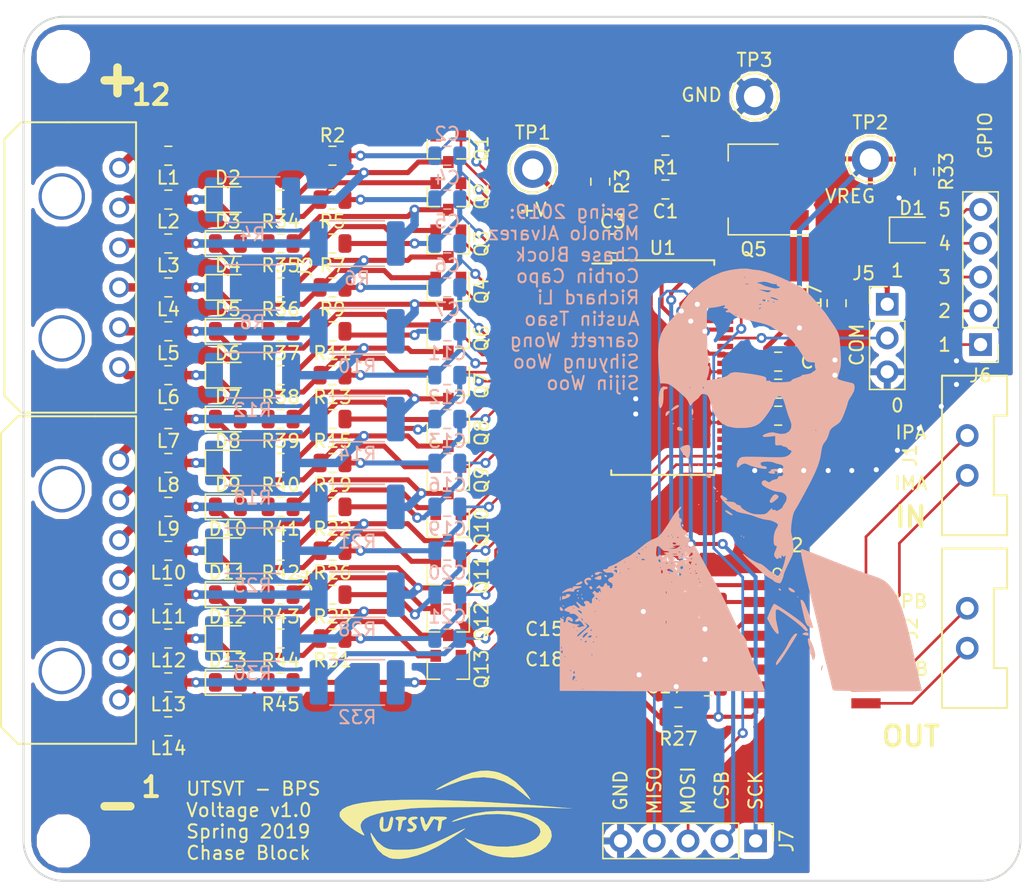
<source format=kicad_pcb>
(kicad_pcb (version 20171130) (host pcbnew 5.0.2-bee76a0~70~ubuntu18.10.1)
  (layers (0 F.Cu signal) (31 B.Cu signal) (34 B.Paste user) (35 F.Paste user) (36 B.SilkS user) (37 F.SilkS user) (38 B.Mask user) (39 F.Mask user) (44 Edge.Cuts user))
  (net 0 "")
  (net 1 "Net-(C1-Pad1)")
  (net 2 GND)
  (net 3 "Net-(C2-Pad1)")
  (net 4 "Net-(C2-Pad2)")
  (net 5 "Net-(C3-Pad1)")
  (net 6 "Net-(C4-Pad1)")
  (net 7 "Net-(C5-Pad1)")
  (net 8 "Net-(C6-Pad1)")
  (net 9 "Net-(C11-Pad2)")
  (net 10 "Net-(C8-Pad1)")
  (net 11 "Net-(C9-Pad1)")
  (net 12 /VREG)
  (net 13 "Net-(C11-Pad1)")
  (net 14 "Net-(C12-Pad1)")
  (net 15 "Net-(C13-Pad1)")
  (net 16 "Net-(C14-Pad1)")
  (net 17 "Net-(C15-Pad1)")
  (net 18 "Net-(C16-Pad1)")
  (net 19 "Net-(C17-Pad1)")
  (net 20 "Net-(C18-Pad1)")
  (net 21 "Net-(C19-Pad1)")
  (net 22 "Net-(C20-Pad1)")
  (net 23 "Net-(J1-Pad1)")
  (net 24 "Net-(J1-Pad2)")
  (net 25 "Net-(J2-Pad2)")
  (net 26 "Net-(J2-Pad1)")
  (net 27 /Batt7)
  (net 28 /Batt8)
  (net 29 /Batt9)
  (net 30 /Batt10)
  (net 31 /Batt11)
  (net 32 /Batt12)
  (net 33 /Batt1)
  (net 34 /Batt2)
  (net 35 /Batt3)
  (net 36 /Batt4)
  (net 37 /Batt5)
  (net 38 /Batt6)
  (net 39 "Net-(Q1-Pad1)")
  (net 40 "Net-(Q2-Pad1)")
  (net 41 "Net-(Q3-Pad1)")
  (net 42 "Net-(Q4-Pad1)")
  (net 43 "Net-(Q5-Pad1)")
  (net 44 "Net-(Q6-Pad1)")
  (net 45 "Net-(Q7-Pad1)")
  (net 46 "Net-(Q8-Pad1)")
  (net 47 "Net-(Q9-Pad1)")
  (net 48 "Net-(Q10-Pad1)")
  (net 49 "Net-(Q11-Pad1)")
  (net 50 "Net-(Q12-Pad1)")
  (net 51 "Net-(Q13-Pad1)")
  (net 52 "Net-(R16-Pad1)")
  (net 53 "Net-(R16-Pad2)")
  (net 54 /IPA)
  (net 55 /IMA)
  (net 56 /IPB)
  (net 57 /IMB)
  (net 58 "Net-(D1-Pad2)")
  (net 59 /ISOMD)
  (net 60 /GPIO5)
  (net 61 /GPIO4)
  (net 62 /GPIO3)
  (net 63 /GPIO2)
  (net 64 /GPIO1)
  (net 65 "Net-(D2-Pad2)")
  (net 66 "Net-(D3-Pad2)")
  (net 67 "Net-(D4-Pad2)")
  (net 68 "Net-(D5-Pad2)")
  (net 69 "Net-(D6-Pad2)")
  (net 70 "Net-(D7-Pad2)")
  (net 71 "Net-(D8-Pad2)")
  (net 72 "Net-(D9-Pad2)")
  (net 73 "Net-(D10-Pad2)")
  (net 74 "Net-(D11-Pad2)")
  (net 75 "Net-(D12-Pad2)")
  (net 76 "Net-(D13-Pad2)")
  (net 77 /L11)
  (net 78 /L10)
  (net 79 /L9)
  (net 80 /L8)
  (net 81 /L7)
  (net 82 /L6)
  (net 83 /L5)
  (net 84 /L4)
  (net 85 /L3)
  (net 86 /L2)
  (net 87 /L1)
  (net 88 /L0)
  (net 89 "Net-(J3-Pad1)")
  (net 90 "Net-(J3-Pad2)")
  (net 91 "Net-(J3-Pad3)")
  (net 92 "Net-(J3-Pad4)")
  (net 93 "Net-(J3-Pad5)")
  (net 94 /V12)
  (net 95 "Net-(J4-Pad2)")
  (net 96 "Net-(J4-Pad3)")
  (net 97 "Net-(J4-Pad4)")
  (net 98 "Net-(J4-Pad5)")
  (net 99 "Net-(J4-Pad6)")
  (net 100 "Net-(J4-Pad7)")
  (net 101 /Batt0)
  (net 102 "Net-(J4-Pad1)")
  (net 103 /SDI)
  (net 104 /SDO)
  (module MountingHole:MountingHole_3mm (layer F.Cu) (at 48 53)
    (fp_text reference "" (at 0 -4) (layer F.SilkS))
    (fp_text value MountingHole)
    (pad 1 np_thru_hole circle (at 0 0) (size 3 3) (drill 3) (layers *.Cu *.Mask))
  )
  (module MountingHole:MountingHole_3mm (layer F.Cu) (at 117 53)
    (fp_text reference "" (at 0 -4) (layer F.SilkS))
    (fp_text value MountingHole)
    (pad 1 np_thru_hole circle (at 0 0) (size 3 3) (drill 3) (layers *.Cu *.Mask))
  )
  (module MountingHole:MountingHole_3mm (layer F.Cu) (at 117 112)
    (fp_text reference "" (at 0 -4) (layer F.SilkS))
    (fp_text value MountingHole)
    (pad 1 np_thru_hole circle (at 0 0) (size 3 3) (drill 3) (layers *.Cu *.Mask))
  )
  (module MountingHole:MountingHole_3mm (layer F.Cu) (at 48 112)
    (fp_text reference "" (at 0 -4) (layer F.SilkS))
    (fp_text value MountingHole)
    (pad 1 np_thru_hole circle (at 0 0) (size 3 3) (drill 3) (layers *.Cu *.Mask))
  )
  (module Package_TO_SOT_SMD:SOT-23 (layer F.Cu) (at 76.962 67.072 270)
    (fp_text reference Q3 (at 0 -2.5 270) (layer F.SilkS))
    (fp_text value BSS308PE)
    (pad 3 smd rect (at 1 0 270) (size 0.9 0.8) (layers F.Cu F.Paste F.Mask) (net 79 /L9))
    (pad 2 smd rect (at -1 0.95 270) (size 0.9 0.8) (layers F.Cu F.Paste F.Mask) (net 30 /Batt10))
    (pad 1 smd rect (at -1 -0.95 270) (size 0.9 0.8) (layers F.Cu F.Paste F.Mask) (net 41 "Net-(Q3-Pad1)"))
  )
  (module Capacitor_SMD:C_0805_2012Metric (layer F.Cu) (at 93.2965 62.992 180)
    (fp_text reference C1 (at 0 -1.65 180) (layer F.SilkS))
    (fp_text value 100nF)
    (pad 2 smd roundrect (at 0.9375 0 180) (size 0.975 1.4) (layers F.Cu F.Paste F.Mask) (net 2 GND))
    (pad 1 smd roundrect (at -0.9375 0 180) (size 0.975 1.4) (layers F.Cu F.Paste F.Mask) (net 1 "Net-(C1-Pad1)"))
  )
  (module Capacitor_SMD:C_0805_2012Metric (layer B.Cu) (at 76.8835 60.452 180)
    (fp_text reference C2 (at 0 1.65 180) (layer B.SilkS) (effects (justify mirror)))
    (fp_text value 10nF)
    (pad 2 smd roundrect (at 0.9375 0 180) (size 0.975 1.4) (layers B.Cu B.Paste B.Mask) (net 4 "Net-(C2-Pad2)"))
    (pad 1 smd roundrect (at -0.9375 0 180) (size 0.975 1.4) (layers B.Cu B.Paste B.Mask) (net 3 "Net-(C2-Pad1)"))
  )
  (module Capacitor_SMD:C_0805_2012Metric (layer F.Cu) (at 89.3295 67.056)
    (fp_text reference C3 (at 0 -1.65) (layer F.SilkS))
    (fp_text value 100nF)
    (pad 1 smd roundrect (at -0.9375 0) (size 0.975 1.4) (layers F.Cu F.Paste F.Mask) (net 5 "Net-(C3-Pad1)"))
    (pad 2 smd roundrect (at 0.9375 0) (size 0.975 1.4) (layers F.Cu F.Paste F.Mask) (net 2 GND))
  )
  (module Capacitor_SMD:C_0805_2012Metric (layer B.Cu) (at 76.8835 63.754 180)
    (fp_text reference C4 (at 0 1.65 180) (layer B.SilkS) (effects (justify mirror)))
    (fp_text value 10nF)
    (pad 1 smd roundrect (at -0.9375 0 180) (size 0.975 1.4) (layers B.Cu B.Paste B.Mask) (net 6 "Net-(C4-Pad1)"))
    (pad 2 smd roundrect (at 0.9375 0 180) (size 0.975 1.4) (layers B.Cu B.Paste B.Mask) (net 3 "Net-(C2-Pad1)"))
  )
  (module Capacitor_SMD:C_0805_2012Metric (layer B.Cu) (at 76.8835 67.056 180)
    (fp_text reference C5 (at 0 1.65 180) (layer B.SilkS) (effects (justify mirror)))
    (fp_text value 10nF)
    (pad 2 smd roundrect (at 0.9375 0 180) (size 0.975 1.4) (layers B.Cu B.Paste B.Mask) (net 6 "Net-(C4-Pad1)"))
    (pad 1 smd roundrect (at -0.9375 0 180) (size 0.975 1.4) (layers B.Cu B.Paste B.Mask) (net 7 "Net-(C5-Pad1)"))
  )
  (module Capacitor_SMD:C_0805_2012Metric (layer B.Cu) (at 76.8835 70.358 180)
    (fp_text reference C6 (at 0 1.65 180) (layer B.SilkS) (effects (justify mirror)))
    (fp_text value 10nF)
    (pad 2 smd roundrect (at 0.9375 0 180) (size 0.975 1.4) (layers B.Cu B.Paste B.Mask) (net 7 "Net-(C5-Pad1)"))
    (pad 1 smd roundrect (at -0.9375 0 180) (size 0.975 1.4) (layers B.Cu B.Paste B.Mask) (net 8 "Net-(C6-Pad1)"))
  )
  (module Capacitor_SMD:C_0805_2012Metric (layer B.Cu) (at 76.8835 73.66 180)
    (fp_text reference C7 (at 0 1.65 180) (layer B.SilkS) (effects (justify mirror)))
    (fp_text value 10nF)
    (pad 1 smd roundrect (at -0.9375 0 180) (size 0.975 1.4) (layers B.Cu B.Paste B.Mask) (net 9 "Net-(C11-Pad2)"))
    (pad 2 smd roundrect (at 0.9375 0 180) (size 0.975 1.4) (layers B.Cu B.Paste B.Mask) (net 8 "Net-(C6-Pad1)"))
  )
  (module Capacitor_SMD:C_0805_2012Metric (layer F.Cu) (at 101.7755 80.01)
    (fp_text reference C8 (at 2.6185 0) (layer F.SilkS))
    (fp_text value 10u)
    (pad 1 smd roundrect (at -0.9375 0) (size 0.975 1.4) (layers F.Cu F.Paste F.Mask) (net 10 "Net-(C8-Pad1)"))
    (pad 2 smd roundrect (at 0.9375 0) (size 0.975 1.4) (layers F.Cu F.Paste F.Mask) (net 2 GND))
  )
  (module Capacitor_SMD:C_0805_2012Metric (layer F.Cu) (at 101.7755 77.978)
    (fp_text reference C9 (at 2.6185 0) (layer F.SilkS))
    (fp_text value 10u)
    (pad 2 smd roundrect (at 0.9375 0) (size 0.975 1.4) (layers F.Cu F.Paste F.Mask) (net 2 GND))
    (pad 1 smd roundrect (at -0.9375 0) (size 0.975 1.4) (layers F.Cu F.Paste F.Mask) (net 11 "Net-(C9-Pad1)"))
  )
  (module Capacitor_SMD:C_0805_2012Metric (layer F.Cu) (at 101.7755 75.946)
    (fp_text reference C10 (at 3.1265 0) (layer F.SilkS))
    (fp_text value 10u)
    (pad 1 smd roundrect (at -0.9375 0) (size 0.975 1.4) (layers F.Cu F.Paste F.Mask) (net 12 /VREG))
    (pad 2 smd roundrect (at 0.9375 0) (size 0.975 1.4) (layers F.Cu F.Paste F.Mask) (net 2 GND))
  )
  (module Capacitor_SMD:C_0805_2012Metric (layer B.Cu) (at 76.8835 76.962 180)
    (fp_text reference C11 (at 0 1.65 180) (layer B.SilkS) (effects (justify mirror)))
    (fp_text value 10nF)
    (pad 2 smd roundrect (at 0.9375 0 180) (size 0.975 1.4) (layers B.Cu B.Paste B.Mask) (net 9 "Net-(C11-Pad2)"))
    (pad 1 smd roundrect (at -0.9375 0 180) (size 0.975 1.4) (layers B.Cu B.Paste B.Mask) (net 13 "Net-(C11-Pad1)"))
  )
  (module Capacitor_SMD:C_0805_2012Metric (layer B.Cu) (at 76.8835 80.264 180)
    (fp_text reference C12 (at 0 1.65 180) (layer B.SilkS) (effects (justify mirror)))
    (fp_text value 10nF)
    (pad 2 smd roundrect (at 0.9375 0 180) (size 0.975 1.4) (layers B.Cu B.Paste B.Mask) (net 13 "Net-(C11-Pad1)"))
    (pad 1 smd roundrect (at -0.9375 0 180) (size 0.975 1.4) (layers B.Cu B.Paste B.Mask) (net 14 "Net-(C12-Pad1)"))
  )
  (module Capacitor_SMD:C_0805_2012Metric (layer B.Cu) (at 76.8835 83.566 180)
    (fp_text reference C13 (at 0 1.65 180) (layer B.SilkS) (effects (justify mirror)))
    (fp_text value 10nF)
    (pad 1 smd roundrect (at -0.9375 0 180) (size 0.975 1.4) (layers B.Cu B.Paste B.Mask) (net 15 "Net-(C13-Pad1)"))
    (pad 2 smd roundrect (at 0.9375 0 180) (size 0.975 1.4) (layers B.Cu B.Paste B.Mask) (net 14 "Net-(C12-Pad1)"))
  )
  (module Capacitor_SMD:C_0805_2012Metric (layer F.Cu) (at 96.4895 94.028 180)
    (fp_text reference C14 (at 3.2235 0 180) (layer F.SilkS))
    (fp_text value 10nF)
    (pad 1 smd roundrect (at -0.9375 0 180) (size 0.975 1.4) (layers F.Cu F.Paste F.Mask) (net 16 "Net-(C14-Pad1)"))
    (pad 2 smd roundrect (at 0.9375 0 180) (size 0.975 1.4) (layers F.Cu F.Paste F.Mask) (net 2 GND))
  )
  (module Capacitor_SMD:C_0805_2012Metric (layer F.Cu) (at 87.5685 96.06 180)
    (fp_text reference C15 (at 3.3805 0 180) (layer F.SilkS))
    (fp_text value 10nF)
    (pad 1 smd roundrect (at -0.9375 0 180) (size 0.975 1.4) (layers F.Cu F.Paste F.Mask) (net 17 "Net-(C15-Pad1)"))
    (pad 2 smd roundrect (at 0.9375 0 180) (size 0.975 1.4) (layers F.Cu F.Paste F.Mask) (net 2 GND))
  )
  (module Capacitor_SMD:C_0805_2012Metric (layer B.Cu) (at 76.8835 86.868 180)
    (fp_text reference C16 (at 0 1.65 180) (layer B.SilkS) (effects (justify mirror)))
    (fp_text value 10nF)
    (pad 1 smd roundrect (at -0.9375 0 180) (size 0.975 1.4) (layers B.Cu B.Paste B.Mask) (net 18 "Net-(C16-Pad1)"))
    (pad 2 smd roundrect (at 0.9375 0 180) (size 0.975 1.4) (layers B.Cu B.Paste B.Mask) (net 15 "Net-(C13-Pad1)"))
  )
  (module Capacitor_SMD:C_0805_2012Metric (layer F.Cu) (at 96.4895 100.378 180)
    (fp_text reference C17 (at 3.2235 0 180) (layer F.SilkS))
    (fp_text value 10nF)
    (pad 2 smd roundrect (at 0.9375 0 180) (size 0.975 1.4) (layers F.Cu F.Paste F.Mask) (net 2 GND))
    (pad 1 smd roundrect (at -0.9375 0 180) (size 0.975 1.4) (layers F.Cu F.Paste F.Mask) (net 19 "Net-(C17-Pad1)"))
  )
  (module Capacitor_SMD:C_0805_2012Metric (layer F.Cu) (at 87.5685 98.346 180)
    (fp_text reference C18 (at 3.3805 0 180) (layer F.SilkS))
    (fp_text value 10nF)
    (pad 1 smd roundrect (at -0.9375 0 180) (size 0.975 1.4) (layers F.Cu F.Paste F.Mask) (net 20 "Net-(C18-Pad1)"))
    (pad 2 smd roundrect (at 0.9375 0 180) (size 0.975 1.4) (layers F.Cu F.Paste F.Mask) (net 2 GND))
  )
  (module Capacitor_SMD:C_0805_2012Metric (layer B.Cu) (at 76.8835 90.17 180)
    (fp_text reference C19 (at 0 1.65 180) (layer B.SilkS) (effects (justify mirror)))
    (fp_text value 10nF)
    (pad 1 smd roundrect (at -0.9375 0 180) (size 0.975 1.4) (layers B.Cu B.Paste B.Mask) (net 21 "Net-(C19-Pad1)"))
    (pad 2 smd roundrect (at 0.9375 0 180) (size 0.975 1.4) (layers B.Cu B.Paste B.Mask) (net 18 "Net-(C16-Pad1)"))
  )
  (module Capacitor_SMD:C_0805_2012Metric (layer B.Cu) (at 76.8835 93.472 180)
    (fp_text reference C20 (at 0 1.65 180) (layer B.SilkS) (effects (justify mirror)))
    (fp_text value 10nF)
    (pad 2 smd roundrect (at 0.9375 0 180) (size 0.975 1.4) (layers B.Cu B.Paste B.Mask) (net 21 "Net-(C19-Pad1)"))
    (pad 1 smd roundrect (at -0.9375 0 180) (size 0.975 1.4) (layers B.Cu B.Paste B.Mask) (net 22 "Net-(C20-Pad1)"))
  )
  (module Capacitor_SMD:C_0805_2012Metric (layer B.Cu) (at 76.8835 96.774 180)
    (fp_text reference C21 (at 0 1.65 180) (layer B.SilkS) (effects (justify mirror)))
    (fp_text value 10nF)
    (pad 2 smd roundrect (at 0.9375 0 180) (size 0.975 1.4) (layers B.Cu B.Paste B.Mask) (net 22 "Net-(C20-Pad1)"))
    (pad 1 smd roundrect (at -0.9375 0 180) (size 0.975 1.4) (layers B.Cu B.Paste B.Mask) (net 101 /Batt0))
  )
  (module LED_SMD:LED_0805_2012Metric (layer F.Cu) (at 111.8385 66.04)
    (fp_text reference D1 (at 0 -1.65) (layer F.SilkS))
    (fp_text value LED)
    (pad 1 smd roundrect (at -0.9375 0) (size 0.975 1.4) (layers F.Cu F.Paste F.Mask) (net 2 GND))
    (pad 2 smd roundrect (at 0.9375 0) (size 0.975 1.4) (layers F.Cu F.Paste F.Mask) (net 58 "Net-(D1-Pad2)"))
  )
  (module LED_SMD:LED_0805_2012Metric (layer F.Cu) (at 60.3735 63.754)
    (fp_text reference D2 (at 0 -1.65) (layer F.SilkS))
    (fp_text value LED)
    (pad 1 smd roundrect (at -0.9375 0) (size 0.975 1.4) (layers F.Cu F.Paste F.Mask) (net 31 /Batt11))
    (pad 2 smd roundrect (at 0.9375 0) (size 0.975 1.4) (layers F.Cu F.Paste F.Mask) (net 65 "Net-(D2-Pad2)"))
  )
  (module LED_SMD:LED_0805_2012Metric (layer F.Cu) (at 60.3735 67.056)
    (fp_text reference D3 (at 0 -1.65) (layer F.SilkS))
    (fp_text value LED)
    (pad 1 smd roundrect (at -0.9375 0) (size 0.975 1.4) (layers F.Cu F.Paste F.Mask) (net 30 /Batt10))
    (pad 2 smd roundrect (at 0.9375 0) (size 0.975 1.4) (layers F.Cu F.Paste F.Mask) (net 66 "Net-(D3-Pad2)"))
  )
  (module LED_SMD:LED_0805_2012Metric (layer F.Cu) (at 60.3735 70.358)
    (fp_text reference D4 (at 0 -1.65) (layer F.SilkS))
    (fp_text value LED)
    (pad 1 smd roundrect (at -0.9375 0) (size 0.975 1.4) (layers F.Cu F.Paste F.Mask) (net 29 /Batt9))
    (pad 2 smd roundrect (at 0.9375 0) (size 0.975 1.4) (layers F.Cu F.Paste F.Mask) (net 67 "Net-(D4-Pad2)"))
  )
  (module LED_SMD:LED_0805_2012Metric (layer F.Cu) (at 60.3735 73.66)
    (fp_text reference D5 (at 0 -1.65) (layer F.SilkS))
    (fp_text value LED)
    (pad 2 smd roundrect (at 0.9375 0) (size 0.975 1.4) (layers F.Cu F.Paste F.Mask) (net 68 "Net-(D5-Pad2)"))
    (pad 1 smd roundrect (at -0.9375 0) (size 0.975 1.4) (layers F.Cu F.Paste F.Mask) (net 28 /Batt8))
  )
  (module LED_SMD:LED_0805_2012Metric (layer F.Cu) (at 60.3735 76.962)
    (fp_text reference D6 (at 0 -1.65) (layer F.SilkS))
    (fp_text value LED)
    (pad 2 smd roundrect (at 0.9375 0) (size 0.975 1.4) (layers F.Cu F.Paste F.Mask) (net 69 "Net-(D6-Pad2)"))
    (pad 1 smd roundrect (at -0.9375 0) (size 0.975 1.4) (layers F.Cu F.Paste F.Mask) (net 27 /Batt7))
  )
  (module LED_SMD:LED_0805_2012Metric (layer F.Cu) (at 60.3735 80.264)
    (fp_text reference D7 (at 0 -1.65) (layer F.SilkS))
    (fp_text value LED)
    (pad 1 smd roundrect (at -0.9375 0) (size 0.975 1.4) (layers F.Cu F.Paste F.Mask) (net 38 /Batt6))
    (pad 2 smd roundrect (at 0.9375 0) (size 0.975 1.4) (layers F.Cu F.Paste F.Mask) (net 70 "Net-(D7-Pad2)"))
  )
  (module LED_SMD:LED_0805_2012Metric (layer F.Cu) (at 60.3735 83.566)
    (fp_text reference D8 (at 0 -1.65) (layer F.SilkS))
    (fp_text value LED)
    (pad 2 smd roundrect (at 0.9375 0) (size 0.975 1.4) (layers F.Cu F.Paste F.Mask) (net 71 "Net-(D8-Pad2)"))
    (pad 1 smd roundrect (at -0.9375 0) (size 0.975 1.4) (layers F.Cu F.Paste F.Mask) (net 37 /Batt5))
  )
  (module LED_SMD:LED_0805_2012Metric (layer F.Cu) (at 60.3735 86.868)
    (fp_text reference D9 (at 0 -1.65) (layer F.SilkS))
    (fp_text value LED)
    (pad 1 smd roundrect (at -0.9375 0) (size 0.975 1.4) (layers F.Cu F.Paste F.Mask) (net 36 /Batt4))
    (pad 2 smd roundrect (at 0.9375 0) (size 0.975 1.4) (layers F.Cu F.Paste F.Mask) (net 72 "Net-(D9-Pad2)"))
  )
  (module LED_SMD:LED_0805_2012Metric (layer F.Cu) (at 60.3735 90.17)
    (fp_text reference D10 (at 0 -1.65) (layer F.SilkS))
    (fp_text value LED)
    (pad 1 smd roundrect (at -0.9375 0) (size 0.975 1.4) (layers F.Cu F.Paste F.Mask) (net 35 /Batt3))
    (pad 2 smd roundrect (at 0.9375 0) (size 0.975 1.4) (layers F.Cu F.Paste F.Mask) (net 73 "Net-(D10-Pad2)"))
  )
  (module LED_SMD:LED_0805_2012Metric (layer F.Cu) (at 60.3735 93.472)
    (fp_text reference D11 (at 0 -1.65) (layer F.SilkS))
    (fp_text value LED)
    (pad 2 smd roundrect (at 0.9375 0) (size 0.975 1.4) (layers F.Cu F.Paste F.Mask) (net 74 "Net-(D11-Pad2)"))
    (pad 1 smd roundrect (at -0.9375 0) (size 0.975 1.4) (layers F.Cu F.Paste F.Mask) (net 34 /Batt2))
  )
  (module LED_SMD:LED_0805_2012Metric (layer F.Cu) (at 60.3735 96.774)
    (fp_text reference D12 (at 0 -1.65) (layer F.SilkS))
    (fp_text value LED)
    (pad 1 smd roundrect (at -0.9375 0) (size 0.975 1.4) (layers F.Cu F.Paste F.Mask) (net 33 /Batt1))
    (pad 2 smd roundrect (at 0.9375 0) (size 0.975 1.4) (layers F.Cu F.Paste F.Mask) (net 75 "Net-(D12-Pad2)"))
  )
  (module LED_SMD:LED_0805_2012Metric (layer F.Cu) (at 60.3735 100.076)
    (fp_text reference D13 (at 0 -1.65) (layer F.SilkS))
    (fp_text value LED)
    (pad 2 smd roundrect (at 0.9375 0) (size 0.975 1.4) (layers F.Cu F.Paste F.Mask) (net 76 "Net-(D13-Pad2)"))
    (pad 1 smd roundrect (at -0.9375 0) (size 0.975 1.4) (layers F.Cu F.Paste F.Mask) (net 101 /Batt0))
  )
  (module UTSVT_Connectors:Molex_MicroFit3.0_1x2xP3.00mm_PolarizingPeg_Vertical (layer F.Cu) (at 116 81.5 270)
    (fp_text reference J1 (at 1.5 4.3035 270) (layer F.SilkS))
    (fp_text value Conn1)
    (pad "" np_thru_hole circle (at -3 -1.96 270) (size 1.27 1.27) (drill 1.27) (layers *.Cu *.Mask))
    (pad 2 thru_hole circle (at 3 0 270) (size 1.7 1.7) (drill 1.02) (layers *.Cu *.Mask) (net 24 "Net-(J1-Pad2)"))
    (pad 1 thru_hole circle (at 0 0 270) (size 1.7 1.7) (drill 1.02) (layers *.Cu *.Mask) (net 23 "Net-(J1-Pad1)"))
    (pad "" np_thru_hole circle (at 6 -1.96 270) (size 1.27 1.27) (drill 1.27) (layers *.Cu *.Mask))
  )
  (module UTSVT_Connectors:Molex_MicroFit3.0_1x2xP3.00mm_PolarizingPeg_Vertical (layer F.Cu) (at 116 94.5 270)
    (fp_text reference J2 (at 1.512 4.24 270) (layer F.SilkS))
    (fp_text value Conn2)
    (pad "" np_thru_hole circle (at 6 -1.96 270) (size 1.27 1.27) (drill 1.27) (layers *.Cu *.Mask))
    (pad 1 thru_hole circle (at 0 0 270) (size 1.7 1.7) (drill 1.02) (layers *.Cu *.Mask) (net 26 "Net-(J2-Pad1)"))
    (pad 2 thru_hole circle (at 3 0 270) (size 1.7 1.7) (drill 1.02) (layers *.Cu *.Mask) (net 25 "Net-(J2-Pad2)"))
    (pad "" np_thru_hole circle (at -3 -1.96 270) (size 1.27 1.27) (drill 1.27) (layers *.Cu *.Mask))
  )
  (module Connector_PinHeader_2.54mm:PinHeader_1x03_P2.54mm_Vertical (layer F.Cu) (at 109.982 71.628)
    (fp_text reference J5 (at -1.778 -2.33) (layer F.SilkS))
    (fp_text value Conn_01x03)
    (pad 1 thru_hole rect (at 0 0) (size 1.7 1.7) (drill 1) (layers *.Cu *.Mask) (net 12 /VREG))
    (pad 2 thru_hole oval (at 0 2.54) (size 1.7 1.7) (drill 1) (layers *.Cu *.Mask) (net 59 /ISOMD))
    (pad 3 thru_hole oval (at 0 5.08) (size 1.7 1.7) (drill 1) (layers *.Cu *.Mask) (net 2 GND))
  )
  (module Connector_PinHeader_2.54mm:PinHeader_1x05_P2.54mm_Vertical (layer F.Cu) (at 117 74.66 180)
    (fp_text reference J6 (at 0 -2.33 180) (layer F.SilkS))
    (fp_text value Conn_01x05)
    (pad 1 thru_hole rect (at 0 0 180) (size 1.7 1.7) (drill 1) (layers *.Cu *.Mask) (net 64 /GPIO1))
    (pad 2 thru_hole oval (at 0 2.54 180) (size 1.7 1.7) (drill 1) (layers *.Cu *.Mask) (net 63 /GPIO2))
    (pad 3 thru_hole oval (at 0 5.08 180) (size 1.7 1.7) (drill 1) (layers *.Cu *.Mask) (net 62 /GPIO3))
    (pad 4 thru_hole oval (at 0 7.62 180) (size 1.7 1.7) (drill 1) (layers *.Cu *.Mask) (net 61 /GPIO4))
    (pad 5 thru_hole oval (at 0 10.16 180) (size 1.7 1.7) (drill 1) (layers *.Cu *.Mask) (net 60 /GPIO5))
  )
  (module Inductor_SMD:L_0805_2012Metric (layer F.Cu) (at 55.895 60.452 180)
    (fp_text reference L1 (at 0 -1.65 180) (layer F.SilkS))
    (fp_text value Ferrite_Bead)
    (pad 1 smd roundrect (at -0.9375 0 180) (size 0.975 1.4) (layers F.Cu F.Paste F.Mask) (net 32 /Batt12))
    (pad 2 smd roundrect (at 0.9375 0 180) (size 0.975 1.4) (layers F.Cu F.Paste F.Mask) (net 94 /V12))
  )
  (module Inductor_SMD:L_0805_2012Metric (layer F.Cu) (at 55.895 63.754 180)
    (fp_text reference L2 (at 0 -1.65 180) (layer F.SilkS))
    (fp_text value Ferrite_Bead)
    (pad 2 smd roundrect (at 0.9375 0 180) (size 0.975 1.4) (layers F.Cu F.Paste F.Mask) (net 93 "Net-(J3-Pad5)"))
    (pad 1 smd roundrect (at -0.9375 0 180) (size 0.975 1.4) (layers F.Cu F.Paste F.Mask) (net 31 /Batt11))
  )
  (module Inductor_SMD:L_0805_2012Metric (layer F.Cu) (at 55.895 67.056 180)
    (fp_text reference L3 (at 0 -1.65 180) (layer F.SilkS))
    (fp_text value Ferrite_Bead)
    (pad 1 smd roundrect (at -0.9375 0 180) (size 0.975 1.4) (layers F.Cu F.Paste F.Mask) (net 30 /Batt10))
    (pad 2 smd roundrect (at 0.9375 0 180) (size 0.975 1.4) (layers F.Cu F.Paste F.Mask) (net 92 "Net-(J3-Pad4)"))
  )
  (module Inductor_SMD:L_0805_2012Metric (layer F.Cu) (at 55.895 70.358 180)
    (fp_text reference L4 (at 0 -1.65 180) (layer F.SilkS))
    (fp_text value Ferrite_Bead)
    (pad 2 smd roundrect (at 0.9375 0 180) (size 0.975 1.4) (layers F.Cu F.Paste F.Mask) (net 91 "Net-(J3-Pad3)"))
    (pad 1 smd roundrect (at -0.9375 0 180) (size 0.975 1.4) (layers F.Cu F.Paste F.Mask) (net 29 /Batt9))
  )
  (module Inductor_SMD:L_0805_2012Metric (layer F.Cu) (at 55.895 73.66 180)
    (fp_text reference L5 (at 0 -1.65 180) (layer F.SilkS))
    (fp_text value Ferrite_Bead)
    (pad 1 smd roundrect (at -0.9375 0 180) (size 0.975 1.4) (layers F.Cu F.Paste F.Mask) (net 28 /Batt8))
    (pad 2 smd roundrect (at 0.9375 0 180) (size 0.975 1.4) (layers F.Cu F.Paste F.Mask) (net 90 "Net-(J3-Pad2)"))
  )
  (module Inductor_SMD:L_0805_2012Metric (layer F.Cu) (at 55.895 76.962 180)
    (fp_text reference L6 (at 0 -1.65 180) (layer F.SilkS))
    (fp_text value Ferrite_Bead)
    (pad 2 smd roundrect (at 0.9375 0 180) (size 0.975 1.4) (layers F.Cu F.Paste F.Mask) (net 89 "Net-(J3-Pad1)"))
    (pad 1 smd roundrect (at -0.9375 0 180) (size 0.975 1.4) (layers F.Cu F.Paste F.Mask) (net 27 /Batt7))
  )
  (module Inductor_SMD:L_0805_2012Metric (layer F.Cu) (at 55.895 80.264 180)
    (fp_text reference L7 (at 0 -1.65 180) (layer F.SilkS))
    (fp_text value Ferrite_Bead)
    (pad 1 smd roundrect (at -0.9375 0 180) (size 0.975 1.4) (layers F.Cu F.Paste F.Mask) (net 38 /Batt6))
    (pad 2 smd roundrect (at 0.9375 0 180) (size 0.975 1.4) (layers F.Cu F.Paste F.Mask) (net 100 "Net-(J4-Pad7)"))
  )
  (module Inductor_SMD:L_0805_2012Metric (layer F.Cu) (at 55.895 83.566 180)
    (fp_text reference L8 (at 0 -1.65 180) (layer F.SilkS))
    (fp_text value Ferrite_Bead)
    (pad 2 smd roundrect (at 0.9375 0 180) (size 0.975 1.4) (layers F.Cu F.Paste F.Mask) (net 99 "Net-(J4-Pad6)"))
    (pad 1 smd roundrect (at -0.9375 0 180) (size 0.975 1.4) (layers F.Cu F.Paste F.Mask) (net 37 /Batt5))
  )
  (module Inductor_SMD:L_0805_2012Metric (layer F.Cu) (at 55.895 86.868 180)
    (fp_text reference L9 (at 0 -1.65 180) (layer F.SilkS))
    (fp_text value Ferrite_Bead)
    (pad 1 smd roundrect (at -0.9375 0 180) (size 0.975 1.4) (layers F.Cu F.Paste F.Mask) (net 36 /Batt4))
    (pad 2 smd roundrect (at 0.9375 0 180) (size 0.975 1.4) (layers F.Cu F.Paste F.Mask) (net 98 "Net-(J4-Pad5)"))
  )
  (module Inductor_SMD:L_0805_2012Metric (layer F.Cu) (at 55.895 90.17 180)
    (fp_text reference L10 (at 0 -1.65 180) (layer F.SilkS))
    (fp_text value Ferrite_Bead)
    (pad 2 smd roundrect (at 0.9375 0 180) (size 0.975 1.4) (layers F.Cu F.Paste F.Mask) (net 97 "Net-(J4-Pad4)"))
    (pad 1 smd roundrect (at -0.9375 0 180) (size 0.975 1.4) (layers F.Cu F.Paste F.Mask) (net 35 /Batt3))
  )
  (module Inductor_SMD:L_0805_2012Metric (layer F.Cu) (at 55.895 93.472 180)
    (fp_text reference L11 (at 0 -1.65 180) (layer F.SilkS))
    (fp_text value Ferrite_Bead)
    (pad 2 smd roundrect (at 0.9375 0 180) (size 0.975 1.4) (layers F.Cu F.Paste F.Mask) (net 96 "Net-(J4-Pad3)"))
    (pad 1 smd roundrect (at -0.9375 0 180) (size 0.975 1.4) (layers F.Cu F.Paste F.Mask) (net 34 /Batt2))
  )
  (module Inductor_SMD:L_0805_2012Metric (layer F.Cu) (at 55.895 96.774 180)
    (fp_text reference L12 (at 0 -1.65 180) (layer F.SilkS))
    (fp_text value Ferrite_Bead)
    (pad 2 smd roundrect (at 0.9375 0 180) (size 0.975 1.4) (layers F.Cu F.Paste F.Mask) (net 95 "Net-(J4-Pad2)"))
    (pad 1 smd roundrect (at -0.9375 0 180) (size 0.975 1.4) (layers F.Cu F.Paste F.Mask) (net 33 /Batt1))
  )
  (module Inductor_SMD:L_0805_2012Metric (layer F.Cu) (at 55.895 100.076 180)
    (fp_text reference L13 (at 0 -1.65 180) (layer F.SilkS))
    (fp_text value Ferrite_Bead)
    (pad 1 smd roundrect (at -0.9375 0 180) (size 0.975 1.4) (layers F.Cu F.Paste F.Mask) (net 101 /Batt0))
    (pad 2 smd roundrect (at 0.9375 0 180) (size 0.975 1.4) (layers F.Cu F.Paste F.Mask) (net 102 "Net-(J4-Pad1)"))
  )
  (module Inductor_SMD:L_0805_2012Metric (layer F.Cu) (at 55.895 103.378 180)
    (fp_text reference L14 (at 0 -1.65 180) (layer F.SilkS))
    (fp_text value Ferrite_Bead)
    (pad 1 smd roundrect (at -0.9375 0 180) (size 0.975 1.4) (layers F.Cu F.Paste F.Mask) (net 2 GND))
    (pad 2 smd roundrect (at 0.9375 0 180) (size 0.975 1.4) (layers F.Cu F.Paste F.Mask) (net 102 "Net-(J4-Pad1)"))
  )
  (module Package_TO_SOT_SMD:SOT-23 (layer F.Cu) (at 76.962 59.928 270)
    (fp_text reference Q1 (at 0 -2.5 270) (layer F.SilkS))
    (fp_text value BSS308PE)
    (pad 1 smd rect (at -1 -0.95 270) (size 0.9 0.8) (layers F.Cu F.Paste F.Mask) (net 39 "Net-(Q1-Pad1)"))
    (pad 2 smd rect (at -1 0.95 270) (size 0.9 0.8) (layers F.Cu F.Paste F.Mask) (net 32 /Batt12))
    (pad 3 smd rect (at 1 0 270) (size 0.9 0.8) (layers F.Cu F.Paste F.Mask) (net 77 /L11))
  )
  (module Package_TO_SOT_SMD:SOT-23 (layer F.Cu) (at 76.962 63.516 270)
    (fp_text reference Q2 (at 0 -2.5 270) (layer F.SilkS))
    (fp_text value BSS308PE)
    (pad 3 smd rect (at 1 0 270) (size 0.9 0.8) (layers F.Cu F.Paste F.Mask) (net 78 /L10))
    (pad 2 smd rect (at -1 0.95 270) (size 0.9 0.8) (layers F.Cu F.Paste F.Mask) (net 31 /Batt11))
    (pad 1 smd rect (at -1 -0.95 270) (size 0.9 0.8) (layers F.Cu F.Paste F.Mask) (net 40 "Net-(Q2-Pad1)"))
  )
  (module Package_TO_SOT_SMD:SOT-23 (layer F.Cu) (at 76.962 70.628 270)
    (fp_text reference Q4 (at 0 -2.5 270) (layer F.SilkS))
    (fp_text value BSS308PE)
    (pad 1 smd rect (at -1 -0.95 270) (size 0.9 0.8) (layers F.Cu F.Paste F.Mask) (net 42 "Net-(Q4-Pad1)"))
    (pad 2 smd rect (at -1 0.95 270) (size 0.9 0.8) (layers F.Cu F.Paste F.Mask) (net 29 /Batt9))
    (pad 3 smd rect (at 1 0 270) (size 0.9 0.8) (layers F.Cu F.Paste F.Mask) (net 80 /L8))
  )
  (module Package_TO_SOT_SMD:SOT-223 (layer F.Cu) (at 99.924 62.992 180)
    (fp_text reference Q5 (at 0 -4.5 180) (layer F.SilkS))
    (fp_text value NSV1C201MZ4)
    (pad 4 smd rect (at 3.15 0 180) (size 2 3.8) (layers F.Cu F.Paste F.Mask) (net 1 "Net-(C1-Pad1)"))
    (pad 2 smd rect (at -3.15 0 180) (size 2 1.5) (layers F.Cu F.Paste F.Mask) (net 1 "Net-(C1-Pad1)"))
    (pad 3 smd rect (at -3.15 2.3 180) (size 2 1.5) (layers F.Cu F.Paste F.Mask) (net 12 /VREG))
    (pad 1 smd rect (at -3.15 -2.3 180) (size 2 1.5) (layers F.Cu F.Paste F.Mask) (net 43 "Net-(Q5-Pad1)"))
  )
  (module Package_TO_SOT_SMD:SOT-23 (layer F.Cu) (at 76.962 74.184 270)
    (fp_text reference Q6 (at 0 -2.5 270) (layer F.SilkS))
    (fp_text value BSS308PE)
    (pad 3 smd rect (at 1 0 270) (size 0.9 0.8) (layers F.Cu F.Paste F.Mask) (net 81 /L7))
    (pad 2 smd rect (at -1 0.95 270) (size 0.9 0.8) (layers F.Cu F.Paste F.Mask) (net 28 /Batt8))
    (pad 1 smd rect (at -1 -0.95 270) (size 0.9 0.8) (layers F.Cu F.Paste F.Mask) (net 44 "Net-(Q6-Pad1)"))
  )
  (module Package_TO_SOT_SMD:SOT-23 (layer F.Cu) (at 76.962 77.74 270)
    (fp_text reference Q7 (at 0 -2.5 270) (layer F.SilkS))
    (fp_text value BSS308PE)
    (pad 1 smd rect (at -1 -0.95 270) (size 0.9 0.8) (layers F.Cu F.Paste F.Mask) (net 45 "Net-(Q7-Pad1)"))
    (pad 2 smd rect (at -1 0.95 270) (size 0.9 0.8) (layers F.Cu F.Paste F.Mask) (net 27 /Batt7))
    (pad 3 smd rect (at 1 0 270) (size 0.9 0.8) (layers F.Cu F.Paste F.Mask) (net 82 /L6))
  )
  (module Package_TO_SOT_SMD:SOT-23 (layer F.Cu) (at 76.962 81.296 270)
    (fp_text reference Q8 (at 0 -2.5 270) (layer F.SilkS))
    (fp_text value BSS308PE)
    (pad 3 smd rect (at 1 0 270) (size 0.9 0.8) (layers F.Cu F.Paste F.Mask) (net 83 /L5))
    (pad 2 smd rect (at -1 0.95 270) (size 0.9 0.8) (layers F.Cu F.Paste F.Mask) (net 38 /Batt6))
    (pad 1 smd rect (at -1 -0.95 270) (size 0.9 0.8) (layers F.Cu F.Paste F.Mask) (net 46 "Net-(Q8-Pad1)"))
  )
  (module Package_TO_SOT_SMD:SOT-23 (layer F.Cu) (at 76.962 84.852 270)
    (fp_text reference Q9 (at 0 -2.5 270) (layer F.SilkS))
    (fp_text value BSS308PE)
    (pad 1 smd rect (at -1 -0.95 270) (size 0.9 0.8) (layers F.Cu F.Paste F.Mask) (net 47 "Net-(Q9-Pad1)"))
    (pad 2 smd rect (at -1 0.95 270) (size 0.9 0.8) (layers F.Cu F.Paste F.Mask) (net 37 /Batt5))
    (pad 3 smd rect (at 1 0 270) (size 0.9 0.8) (layers F.Cu F.Paste F.Mask) (net 84 /L4))
  )
  (module Package_TO_SOT_SMD:SOT-23 (layer F.Cu) (at 76.962 88.408 270)
    (fp_text reference Q10 (at 0 -2.5 270) (layer F.SilkS))
    (fp_text value BSS308PE)
    (pad 3 smd rect (at 1 0 270) (size 0.9 0.8) (layers F.Cu F.Paste F.Mask) (net 85 /L3))
    (pad 2 smd rect (at -1 0.95 270) (size 0.9 0.8) (layers F.Cu F.Paste F.Mask) (net 36 /Batt4))
    (pad 1 smd rect (at -1 -0.95 270) (size 0.9 0.8) (layers F.Cu F.Paste F.Mask) (net 48 "Net-(Q10-Pad1)"))
  )
  (module Package_TO_SOT_SMD:SOT-23 (layer F.Cu) (at 76.962 91.964 270)
    (fp_text reference Q11 (at 0 -2.5 270) (layer F.SilkS))
    (fp_text value BSS308PE)
    (pad 1 smd rect (at -1 -0.95 270) (size 0.9 0.8) (layers F.Cu F.Paste F.Mask) (net 49 "Net-(Q11-Pad1)"))
    (pad 2 smd rect (at -1 0.95 270) (size 0.9 0.8) (layers F.Cu F.Paste F.Mask) (net 35 /Batt3))
    (pad 3 smd rect (at 1 0 270) (size 0.9 0.8) (layers F.Cu F.Paste F.Mask) (net 86 /L2))
  )
  (module Package_TO_SOT_SMD:SOT-23 (layer F.Cu) (at 76.962 95.52 270)
    (fp_text reference Q12 (at 0 -2.5 270) (layer F.SilkS))
    (fp_text value BSS308PE)
    (pad 3 smd rect (at 1 0 270) (size 0.9 0.8) (layers F.Cu F.Paste F.Mask) (net 87 /L1))
    (pad 2 smd rect (at -1 0.95 270) (size 0.9 0.8) (layers F.Cu F.Paste F.Mask) (net 34 /Batt2))
    (pad 1 smd rect (at -1 -0.95 270) (size 0.9 0.8) (layers F.Cu F.Paste F.Mask) (net 50 "Net-(Q12-Pad1)"))
  )
  (module Package_TO_SOT_SMD:SOT-23 (layer F.Cu) (at 76.962 99.076 270)
    (fp_text reference Q13 (at 0 -2.5 270) (layer F.SilkS))
    (fp_text value BSS308PE)
    (pad 1 smd rect (at -1 -0.95 270) (size 0.9 0.8) (layers F.Cu F.Paste F.Mask) (net 51 "Net-(Q13-Pad1)"))
    (pad 2 smd rect (at -1 0.95 270) (size 0.9 0.8) (layers F.Cu F.Paste F.Mask) (net 33 /Batt1))
    (pad 3 smd rect (at 1 0 270) (size 0.9 0.8) (layers F.Cu F.Paste F.Mask) (net 88 /L0))
  )
  (module Resistor_SMD:R_0805_2012Metric (layer F.Cu) (at 93.2965 59.69 180)
    (fp_text reference R1 (at 0 -1.65 180) (layer F.SilkS))
    (fp_text value 100R)
    (pad 1 smd roundrect (at -0.9375 0 180) (size 0.975 1.4) (layers F.Cu F.Paste F.Mask) (net 1 "Net-(C1-Pad1)"))
    (pad 2 smd roundrect (at 0.9375 0 180) (size 0.975 1.4) (layers F.Cu F.Paste F.Mask) (net 94 /V12))
  )
  (module Resistor_SMD:R_0805_2012Metric (layer F.Cu) (at 68.2475 60.452 180)
    (fp_text reference R2 (at 0 1.524 180) (layer F.SilkS))
    (fp_text value 100R)
    (pad 1 smd roundrect (at -0.9375 0 180) (size 0.975 1.4) (layers F.Cu F.Paste F.Mask) (net 4 "Net-(C2-Pad2)"))
    (pad 2 smd roundrect (at 0.9375 0 180) (size 0.975 1.4) (layers F.Cu F.Paste F.Mask) (net 32 /Batt12))
  )
  (module Resistor_SMD:R_0805_2012Metric (layer F.Cu) (at 88.392 62.4055 270)
    (fp_text reference R3 (at 0 -1.65 270) (layer F.SilkS))
    (fp_text value 100R)
    (pad 2 smd roundrect (at 0.9375 0 270) (size 0.975 1.4) (layers F.Cu F.Paste F.Mask) (net 5 "Net-(C3-Pad1)"))
    (pad 1 smd roundrect (at -0.9375 0 270) (size 0.975 1.4) (layers F.Cu F.Paste F.Mask) (net 94 /V12))
  )
  (module Resistor_SMD:R_2512_6332Metric (layer B.Cu) (at 62.23 63.754)
    (fp_text reference R4 (at 0 2.62) (layer B.SilkS) (effects (justify mirror)))
    (fp_text value 33R)
    (pad 2 smd roundrect (at 2.9 0) (size 1.35 3.35) (layers B.Cu B.Paste B.Mask) (roundrect_rratio 0.185185) (net 77 /L11))
    (pad 1 smd roundrect (at -2.9 0) (size 1.35 3.35) (layers B.Cu B.Paste B.Mask) (roundrect_rratio 0.185185) (net 31 /Batt11))
  )
  (module Resistor_SMD:R_0805_2012Metric (layer F.Cu) (at 68.2475 63.754 180)
    (fp_text reference R5 (at 0 -1.65 180) (layer F.SilkS))
    (fp_text value 100R)
    (pad 1 smd roundrect (at -0.9375 0 180) (size 0.975 1.4) (layers F.Cu F.Paste F.Mask) (net 3 "Net-(C2-Pad1)"))
    (pad 2 smd roundrect (at 0.9375 0 180) (size 0.975 1.4) (layers F.Cu F.Paste F.Mask) (net 31 /Batt11))
  )
  (module Resistor_SMD:R_2512_6332Metric (layer B.Cu) (at 70.104 67.056)
    (fp_text reference R6 (at 0 2.62) (layer B.SilkS) (effects (justify mirror)))
    (fp_text value 33R)
    (pad 1 smd roundrect (at -2.9 0) (size 1.35 3.35) (layers B.Cu B.Paste B.Mask) (roundrect_rratio 0.185185) (net 30 /Batt10))
    (pad 2 smd roundrect (at 2.9 0) (size 1.35 3.35) (layers B.Cu B.Paste B.Mask) (roundrect_rratio 0.185185) (net 78 /L10))
  )
  (module Resistor_SMD:R_0805_2012Metric (layer F.Cu) (at 68.2475 67.056 180)
    (fp_text reference R7 (at 0 -1.65 180) (layer F.SilkS))
    (fp_text value 100R)
    (pad 2 smd roundrect (at 0.9375 0 180) (size 0.975 1.4) (layers F.Cu F.Paste F.Mask) (net 30 /Batt10))
    (pad 1 smd roundrect (at -0.9375 0 180) (size 0.975 1.4) (layers F.Cu F.Paste F.Mask) (net 6 "Net-(C4-Pad1)"))
  )
  (module Resistor_SMD:R_2512_6332Metric (layer B.Cu) (at 62.23 70.358)
    (fp_text reference R8 (at 0 2.62) (layer B.SilkS) (effects (justify mirror)))
    (fp_text value 33R)
    (pad 2 smd roundrect (at 2.9 0) (size 1.35 3.35) (layers B.Cu B.Paste B.Mask) (roundrect_rratio 0.185185) (net 79 /L9))
    (pad 1 smd roundrect (at -2.9 0) (size 1.35 3.35) (layers B.Cu B.Paste B.Mask) (roundrect_rratio 0.185185) (net 29 /Batt9))
  )
  (module Resistor_SMD:R_0805_2012Metric (layer F.Cu) (at 68.2475 70.358 180)
    (fp_text reference R9 (at 0 -1.65 180) (layer F.SilkS))
    (fp_text value 100R)
    (pad 2 smd roundrect (at 0.9375 0 180) (size 0.975 1.4) (layers F.Cu F.Paste F.Mask) (net 29 /Batt9))
    (pad 1 smd roundrect (at -0.9375 0 180) (size 0.975 1.4) (layers F.Cu F.Paste F.Mask) (net 7 "Net-(C5-Pad1)"))
  )
  (module Resistor_SMD:R_2512_6332Metric (layer B.Cu) (at 70.104 73.66)
    (fp_text reference R10 (at 0 2.62) (layer B.SilkS) (effects (justify mirror)))
    (fp_text value 33R)
    (pad 1 smd roundrect (at -2.9 0) (size 1.35 3.35) (layers B.Cu B.Paste B.Mask) (roundrect_rratio 0.185185) (net 28 /Batt8))
    (pad 2 smd roundrect (at 2.9 0) (size 1.35 3.35) (layers B.Cu B.Paste B.Mask) (roundrect_rratio 0.185185) (net 80 /L8))
  )
  (module Resistor_SMD:R_0805_2012Metric (layer F.Cu) (at 68.2475 73.66 180)
    (fp_text reference R11 (at 0 -1.65 180) (layer F.SilkS))
    (fp_text value 100R)
    (pad 1 smd roundrect (at -0.9375 0 180) (size 0.975 1.4) (layers F.Cu F.Paste F.Mask) (net 8 "Net-(C6-Pad1)"))
    (pad 2 smd roundrect (at 0.9375 0 180) (size 0.975 1.4) (layers F.Cu F.Paste F.Mask) (net 28 /Batt8))
  )
  (module Resistor_SMD:R_2512_6332Metric (layer B.Cu) (at 62.23 76.962)
    (fp_text reference R12 (at 0 2.62) (layer B.SilkS) (effects (justify mirror)))
    (fp_text value 33R)
    (pad 2 smd roundrect (at 2.9 0) (size 1.35 3.35) (layers B.Cu B.Paste B.Mask) (roundrect_rratio 0.185185) (net 81 /L7))
    (pad 1 smd roundrect (at -2.9 0) (size 1.35 3.35) (layers B.Cu B.Paste B.Mask) (roundrect_rratio 0.185185) (net 27 /Batt7))
  )
  (module Resistor_SMD:R_0805_2012Metric (layer F.Cu) (at 68.2475 76.962 180)
    (fp_text reference R13 (at 0 -1.65 180) (layer F.SilkS))
    (fp_text value 100R)
    (pad 2 smd roundrect (at 0.9375 0 180) (size 0.975 1.4) (layers F.Cu F.Paste F.Mask) (net 27 /Batt7))
    (pad 1 smd roundrect (at -0.9375 0 180) (size 0.975 1.4) (layers F.Cu F.Paste F.Mask) (net 9 "Net-(C11-Pad2)"))
  )
  (module Resistor_SMD:R_2512_6332Metric (layer B.Cu) (at 70.104 80.264)
    (fp_text reference R14 (at 0 2.62) (layer B.SilkS) (effects (justify mirror)))
    (fp_text value 33R)
    (pad 1 smd roundrect (at -2.9 0) (size 1.35 3.35) (layers B.Cu B.Paste B.Mask) (roundrect_rratio 0.185185) (net 38 /Batt6))
    (pad 2 smd roundrect (at 2.9 0) (size 1.35 3.35) (layers B.Cu B.Paste B.Mask) (roundrect_rratio 0.185185) (net 82 /L6))
  )
  (module Resistor_SMD:R_0805_2012Metric (layer F.Cu) (at 68.2475 80.264 180)
    (fp_text reference R15 (at 0 -1.65 180) (layer F.SilkS))
    (fp_text value 100R)
    (pad 1 smd roundrect (at -0.9375 0 180) (size 0.975 1.4) (layers F.Cu F.Paste F.Mask) (net 13 "Net-(C11-Pad1)"))
    (pad 2 smd roundrect (at 0.9375 0 180) (size 0.975 1.4) (layers F.Cu F.Paste F.Mask) (net 38 /Batt6))
  )
  (module Resistor_SMD:R_0805_2012Metric (layer F.Cu) (at 101.6 71.5495 270)
    (fp_text reference R16 (at 0 -1.524 270) (layer F.SilkS))
    (fp_text value 806)
    (pad 1 smd roundrect (at -0.9375 0 270) (size 0.975 1.4) (layers F.Cu F.Paste F.Mask) (net 52 "Net-(R16-Pad1)"))
    (pad 2 smd roundrect (at 0.9375 0 270) (size 0.975 1.4) (layers F.Cu F.Paste F.Mask) (net 53 "Net-(R16-Pad2)"))
  )
  (module Resistor_SMD:R_0805_2012Metric (layer F.Cu) (at 106.172 71.5495 90)
    (fp_text reference R17 (at 0 -1.65 90) (layer F.SilkS))
    (fp_text value 1.21k)
    (pad 2 smd roundrect (at 0.9375 0 90) (size 0.975 1.4) (layers F.Cu F.Paste F.Mask) (net 52 "Net-(R16-Pad1)"))
    (pad 1 smd roundrect (at -0.9375 0 90) (size 0.975 1.4) (layers F.Cu F.Paste F.Mask) (net 2 GND))
  )
  (module Resistor_SMD:R_2512_6332Metric (layer B.Cu) (at 62.23 83.566)
    (fp_text reference R18 (at 0 2.62) (layer B.SilkS) (effects (justify mirror)))
    (fp_text value 33R)
    (pad 2 smd roundrect (at 2.9 0) (size 1.35 3.35) (layers B.Cu B.Paste B.Mask) (roundrect_rratio 0.185185) (net 83 /L5))
    (pad 1 smd roundrect (at -2.9 0) (size 1.35 3.35) (layers B.Cu B.Paste B.Mask) (roundrect_rratio 0.185185) (net 37 /Batt5))
  )
  (module Resistor_SMD:R_0805_2012Metric (layer F.Cu) (at 68.2475 83.566 180)
    (fp_text reference R19 (at 0 -1.65 180) (layer F.SilkS))
    (fp_text value 100R)
    (pad 1 smd roundrect (at -0.9375 0 180) (size 0.975 1.4) (layers F.Cu F.Paste F.Mask) (net 14 "Net-(C12-Pad1)"))
    (pad 2 smd roundrect (at 0.9375 0 180) (size 0.975 1.4) (layers F.Cu F.Paste F.Mask) (net 37 /Batt5))
  )
  (module Resistor_SMD:R_0805_2012Metric (layer F.Cu) (at 94.2695 91.742 180)
    (fp_text reference R20 (at 3.302 0 180) (layer F.SilkS))
    (fp_text value 49R9)
    (pad 1 smd roundrect (at -0.9375 0 180) (size 0.975 1.4) (layers F.Cu F.Paste F.Mask) (net 54 /IPA))
    (pad 2 smd roundrect (at 0.9375 0 180) (size 0.975 1.4) (layers F.Cu F.Paste F.Mask) (net 17 "Net-(C15-Pad1)"))
  )
  (module Resistor_SMD:R_2512_6332Metric (layer B.Cu) (at 70.104 86.868)
    (fp_text reference R21 (at 0 2.62) (layer B.SilkS) (effects (justify mirror)))
    (fp_text value 33R)
    (pad 2 smd roundrect (at 2.9 0) (size 1.35 3.35) (layers B.Cu B.Paste B.Mask) (roundrect_rratio 0.185185) (net 84 /L4))
    (pad 1 smd roundrect (at -2.9 0) (size 1.35 3.35) (layers B.Cu B.Paste B.Mask) (roundrect_rratio 0.185185) (net 36 /Batt4))
  )
  (module Resistor_SMD:R_0805_2012Metric (layer F.Cu) (at 68.2475 86.868 180)
    (fp_text reference R22 (at 0 -1.65 180) (layer F.SilkS))
    (fp_text value 100R)
    (pad 2 smd roundrect (at 0.9375 0 180) (size 0.975 1.4) (layers F.Cu F.Paste F.Mask) (net 36 /Batt4))
    (pad 1 smd roundrect (at -0.9375 0 180) (size 0.975 1.4) (layers F.Cu F.Paste F.Mask) (net 15 "Net-(C13-Pad1)"))
  )
  (module Resistor_SMD:R_0805_2012Metric (layer F.Cu) (at 94.2695 96.06 180)
    (fp_text reference R23 (at 3.2235 0 180) (layer F.SilkS))
    (fp_text value 49R9)
    (pad 2 smd roundrect (at 0.9375 0 180) (size 0.975 1.4) (layers F.Cu F.Paste F.Mask) (net 17 "Net-(C15-Pad1)"))
    (pad 1 smd roundrect (at -0.9375 0 180) (size 0.975 1.4) (layers F.Cu F.Paste F.Mask) (net 55 /IMA))
  )
  (module Resistor_SMD:R_0805_2012Metric (layer F.Cu) (at 94.2695 98.346 180)
    (fp_text reference R24 (at 3.2235 0 180) (layer F.SilkS))
    (fp_text value 49R9)
    (pad 1 smd roundrect (at -0.9375 0 180) (size 0.975 1.4) (layers F.Cu F.Paste F.Mask) (net 56 /IPB))
    (pad 2 smd roundrect (at 0.9375 0 180) (size 0.975 1.4) (layers F.Cu F.Paste F.Mask) (net 20 "Net-(C18-Pad1)"))
  )
  (module Resistor_SMD:R_2512_6332Metric (layer B.Cu) (at 62.23 90.17)
    (fp_text reference R25 (at 0 2.62) (layer B.SilkS) (effects (justify mirror)))
    (fp_text value 33R)
    (pad 2 smd roundrect (at 2.9 0) (size 1.35 3.35) (layers B.Cu B.Paste B.Mask) (roundrect_rratio 0.185185) (net 85 /L3))
    (pad 1 smd roundrect (at -2.9 0) (size 1.35 3.35) (layers B.Cu B.Paste B.Mask) (roundrect_rratio 0.185185) (net 35 /Batt3))
  )
  (module Resistor_SMD:R_0805_2012Metric (layer F.Cu) (at 68.2475 90.17 180)
    (fp_text reference R26 (at 0 -1.65 180) (layer F.SilkS))
    (fp_text value 100R)
    (pad 2 smd roundrect (at 0.9375 0 180) (size 0.975 1.4) (layers F.Cu F.Paste F.Mask) (net 35 /Batt3))
    (pad 1 smd roundrect (at -0.9375 0 180) (size 0.975 1.4) (layers F.Cu F.Paste F.Mask) (net 18 "Net-(C16-Pad1)"))
  )
  (module Resistor_SMD:R_0805_2012Metric (layer F.Cu) (at 94.2695 102.664 180)
    (fp_text reference R27 (at 0 -1.65 180) (layer F.SilkS))
    (fp_text value 49R9)
    (pad 2 smd roundrect (at 0.9375 0 180) (size 0.975 1.4) (layers F.Cu F.Paste F.Mask) (net 20 "Net-(C18-Pad1)"))
    (pad 1 smd roundrect (at -0.9375 0 180) (size 0.975 1.4) (layers F.Cu F.Paste F.Mask) (net 57 /IMB))
  )
  (module Resistor_SMD:R_2512_6332Metric (layer B.Cu) (at 70.104 93.472)
    (fp_text reference R28 (at 0 2.62) (layer B.SilkS) (effects (justify mirror)))
    (fp_text value 33R)
    (pad 1 smd roundrect (at -2.9 0) (size 1.35 3.35) (layers B.Cu B.Paste B.Mask) (roundrect_rratio 0.185185) (net 34 /Batt2))
    (pad 2 smd roundrect (at 2.9 0) (size 1.35 3.35) (layers B.Cu B.Paste B.Mask) (roundrect_rratio 0.185185) (net 86 /L2))
  )
  (module Resistor_SMD:R_0805_2012Metric (layer F.Cu) (at 68.2475 93.472 180)
    (fp_text reference R29 (at 0 -1.65 180) (layer F.SilkS))
    (fp_text value 100R)
    (pad 2 smd roundrect (at 0.9375 0 180) (size 0.975 1.4) (layers F.Cu F.Paste F.Mask) (net 34 /Batt2))
    (pad 1 smd roundrect (at -0.9375 0 180) (size 0.975 1.4) (layers F.Cu F.Paste F.Mask) (net 21 "Net-(C19-Pad1)"))
  )
  (module Resistor_SMD:R_2512_6332Metric (layer B.Cu) (at 62.23 96.774)
    (fp_text reference R30 (at 0 2.62) (layer B.SilkS) (effects (justify mirror)))
    (fp_text value 33R)
    (pad 1 smd roundrect (at -2.9 0) (size 1.35 3.35) (layers B.Cu B.Paste B.Mask) (roundrect_rratio 0.185185) (net 33 /Batt1))
    (pad 2 smd roundrect (at 2.9 0) (size 1.35 3.35) (layers B.Cu B.Paste B.Mask) (roundrect_rratio 0.185185) (net 87 /L1))
  )
  (module Resistor_SMD:R_0805_2012Metric (layer F.Cu) (at 68.2475 96.774 180)
    (fp_text reference R31 (at 0 -1.65 180) (layer F.SilkS))
    (fp_text value 100R)
    (pad 1 smd roundrect (at -0.9375 0 180) (size 0.975 1.4) (layers F.Cu F.Paste F.Mask) (net 22 "Net-(C20-Pad1)"))
    (pad 2 smd roundrect (at 0.9375 0 180) (size 0.975 1.4) (layers F.Cu F.Paste F.Mask) (net 33 /Batt1))
  )
  (module Resistor_SMD:R_2512_6332Metric (layer B.Cu) (at 70.104 100.076)
    (fp_text reference R32 (at 0 2.62) (layer B.SilkS) (effects (justify mirror)))
    (fp_text value 33R)
    (pad 1 smd roundrect (at -2.9 0) (size 1.35 3.35) (layers B.Cu B.Paste B.Mask) (roundrect_rratio 0.185185) (net 101 /Batt0))
    (pad 2 smd roundrect (at 2.9 0) (size 1.35 3.35) (layers B.Cu B.Paste B.Mask) (roundrect_rratio 0.185185) (net 88 /L0))
  )
  (module Resistor_SMD:R_0805_2012Metric (layer F.Cu) (at 112.776 61.6435 270)
    (fp_text reference R33 (at 0 -1.65 270) (layer F.SilkS))
    (fp_text value 1.5k)
    (pad 2 smd roundrect (at 0.9375 0 270) (size 0.975 1.4) (layers F.Cu F.Paste F.Mask) (net 58 "Net-(D1-Pad2)"))
    (pad 1 smd roundrect (at -0.9375 0 270) (size 0.975 1.4) (layers F.Cu F.Paste F.Mask) (net 12 /VREG))
  )
  (module Resistor_SMD:R_0805_2012Metric (layer F.Cu) (at 64.3405 63.754 180)
    (fp_text reference R34 (at 0 -1.65 180) (layer F.SilkS))
    (fp_text value 1.2k)
    (pad 2 smd roundrect (at 0.9375 0 180) (size 0.975 1.4) (layers F.Cu F.Paste F.Mask) (net 65 "Net-(D2-Pad2)"))
    (pad 1 smd roundrect (at -0.9375 0 180) (size 0.975 1.4) (layers F.Cu F.Paste F.Mask) (net 77 /L11))
  )
  (module Resistor_SMD:R_0805_2012Metric (layer F.Cu) (at 64.3405 67.056 180)
    (fp_text reference R35 (at 0 -1.65 180) (layer F.SilkS))
    (fp_text value 1.2k)
    (pad 1 smd roundrect (at -0.9375 0 180) (size 0.975 1.4) (layers F.Cu F.Paste F.Mask) (net 78 /L10))
    (pad 2 smd roundrect (at 0.9375 0 180) (size 0.975 1.4) (layers F.Cu F.Paste F.Mask) (net 66 "Net-(D3-Pad2)"))
  )
  (module Resistor_SMD:R_0805_2012Metric (layer F.Cu) (at 64.3405 70.358 180)
    (fp_text reference R36 (at 0 -1.65 180) (layer F.SilkS))
    (fp_text value 1.2k)
    (pad 1 smd roundrect (at -0.9375 0 180) (size 0.975 1.4) (layers F.Cu F.Paste F.Mask) (net 79 /L9))
    (pad 2 smd roundrect (at 0.9375 0 180) (size 0.975 1.4) (layers F.Cu F.Paste F.Mask) (net 67 "Net-(D4-Pad2)"))
  )
  (module Resistor_SMD:R_0805_2012Metric (layer F.Cu) (at 64.3405 73.66 180)
    (fp_text reference R37 (at 0 -1.65 180) (layer F.SilkS))
    (fp_text value 1.2k)
    (pad 1 smd roundrect (at -0.9375 0 180) (size 0.975 1.4) (layers F.Cu F.Paste F.Mask) (net 80 /L8))
    (pad 2 smd roundrect (at 0.9375 0 180) (size 0.975 1.4) (layers F.Cu F.Paste F.Mask) (net 68 "Net-(D5-Pad2)"))
  )
  (module Resistor_SMD:R_0805_2012Metric (layer F.Cu) (at 64.3405 76.962 180)
    (fp_text reference R38 (at 0 -1.65 180) (layer F.SilkS))
    (fp_text value 1.2k)
    (pad 1 smd roundrect (at -0.9375 0 180) (size 0.975 1.4) (layers F.Cu F.Paste F.Mask) (net 81 /L7))
    (pad 2 smd roundrect (at 0.9375 0 180) (size 0.975 1.4) (layers F.Cu F.Paste F.Mask) (net 69 "Net-(D6-Pad2)"))
  )
  (module Resistor_SMD:R_0805_2012Metric (layer F.Cu) (at 64.3405 80.264 180)
    (fp_text reference R39 (at 0 -1.65 180) (layer F.SilkS))
    (fp_text value 1.2k)
    (pad 2 smd roundrect (at 0.9375 0 180) (size 0.975 1.4) (layers F.Cu F.Paste F.Mask) (net 70 "Net-(D7-Pad2)"))
    (pad 1 smd roundrect (at -0.9375 0 180) (size 0.975 1.4) (layers F.Cu F.Paste F.Mask) (net 82 /L6))
  )
  (module Resistor_SMD:R_0805_2012Metric (layer F.Cu) (at 64.3405 83.566 180)
    (fp_text reference R40 (at 0 -1.65 180) (layer F.SilkS))
    (fp_text value 1.2k)
    (pad 1 smd roundrect (at -0.9375 0 180) (size 0.975 1.4) (layers F.Cu F.Paste F.Mask) (net 83 /L5))
    (pad 2 smd roundrect (at 0.9375 0 180) (size 0.975 1.4) (layers F.Cu F.Paste F.Mask) (net 71 "Net-(D8-Pad2)"))
  )
  (module Resistor_SMD:R_0805_2012Metric (layer F.Cu) (at 64.3405 86.868 180)
    (fp_text reference R41 (at 0 -1.65 180) (layer F.SilkS))
    (fp_text value 1.2k)
    (pad 1 smd roundrect (at -0.9375 0 180) (size 0.975 1.4) (layers F.Cu F.Paste F.Mask) (net 84 /L4))
    (pad 2 smd roundrect (at 0.9375 0 180) (size 0.975 1.4) (layers F.Cu F.Paste F.Mask) (net 72 "Net-(D9-Pad2)"))
  )
  (module Resistor_SMD:R_0805_2012Metric (layer F.Cu) (at 64.3405 90.17 180)
    (fp_text reference R42 (at 0 -1.65 180) (layer F.SilkS))
    (fp_text value 1.2k)
    (pad 1 smd roundrect (at -0.9375 0 180) (size 0.975 1.4) (layers F.Cu F.Paste F.Mask) (net 85 /L3))
    (pad 2 smd roundrect (at 0.9375 0 180) (size 0.975 1.4) (layers F.Cu F.Paste F.Mask) (net 73 "Net-(D10-Pad2)"))
  )
  (module Resistor_SMD:R_0805_2012Metric (layer F.Cu) (at 64.3405 93.472 180)
    (fp_text reference R43 (at 0 -1.65 180) (layer F.SilkS))
    (fp_text value 1.2k)
    (pad 2 smd roundrect (at 0.9375 0 180) (size 0.975 1.4) (layers F.Cu F.Paste F.Mask) (net 74 "Net-(D11-Pad2)"))
    (pad 1 smd roundrect (at -0.9375 0 180) (size 0.975 1.4) (layers F.Cu F.Paste F.Mask) (net 86 /L2))
  )
  (module Resistor_SMD:R_0805_2012Metric (layer F.Cu) (at 64.3405 96.774 180)
    (fp_text reference R44 (at 0 -1.65 180) (layer F.SilkS))
    (fp_text value 1.2k)
    (pad 2 smd roundrect (at 0.9375 0 180) (size 0.975 1.4) (layers F.Cu F.Paste F.Mask) (net 75 "Net-(D12-Pad2)"))
    (pad 1 smd roundrect (at -0.9375 0 180) (size 0.975 1.4) (layers F.Cu F.Paste F.Mask) (net 87 /L1))
  )
  (module Resistor_SMD:R_0805_2012Metric (layer F.Cu) (at 64.3405 100.076 180)
    (fp_text reference R45 (at 0 -1.65 180) (layer F.SilkS))
    (fp_text value 1.2k)
    (pad 2 smd roundrect (at 0.9375 0 180) (size 0.975 1.4) (layers F.Cu F.Paste F.Mask) (net 76 "Net-(D13-Pad2)"))
    (pad 1 smd roundrect (at -0.9375 0 180) (size 0.975 1.4) (layers F.Cu F.Paste F.Mask) (net 88 /L0))
  )
  (module TestPoint:TestPoint_Keystone_5005-5009_Compact (layer F.Cu) (at 83.312 61.468)
    (fp_text reference TP1 (at 0 -2.75) (layer F.SilkS))
    (fp_text value V+)
    (pad 1 thru_hole circle (at 0 0) (size 2.8 2.8) (drill 1.6) (layers *.Cu *.Mask) (net 5 "Net-(C3-Pad1)"))
  )
  (module TestPoint:TestPoint_Keystone_5005-5009_Compact (layer F.Cu) (at 108.712 60.706)
    (fp_text reference TP2 (at 0 -2.75) (layer F.SilkS))
    (fp_text value VREG)
    (pad 1 thru_hole circle (at 0 0) (size 2.8 2.8) (drill 1.6) (layers *.Cu *.Mask) (net 12 /VREG))
  )
  (module TestPoint:TestPoint_Keystone_5005-5009_Compact (layer F.Cu) (at 100 56)
    (fp_text reference TP3 (at 0 -2.75) (layer F.SilkS))
    (fp_text value GND)
    (pad 1 thru_hole circle (at 0 0) (size 2.8 2.8) (drill 1.6) (layers *.Cu *.Mask) (net 2 GND))
  )
  (module Package_SO:SSOP-48_7.5x15.9mm_P0.635mm (layer F.Cu) (at 93.092 76.3905)
    (fp_text reference U1 (at 0 -9) (layer F.SilkS))
    (fp_text value LTC6811-1)
    (pad 1 smd rect (at -4.7 -7.3025) (size 1.2 0.4) (layers F.Cu F.Paste F.Mask) (net 5 "Net-(C3-Pad1)"))
    (pad 2 smd rect (at -4.7 -6.6675) (size 1.2 0.4) (layers F.Cu F.Paste F.Mask) (net 4 "Net-(C2-Pad2)"))
    (pad 3 smd rect (at -4.7 -6.0325) (size 1.2 0.4) (layers F.Cu F.Paste F.Mask) (net 39 "Net-(Q1-Pad1)"))
    (pad 4 smd rect (at -4.7 -5.3975) (size 1.2 0.4) (layers F.Cu F.Paste F.Mask) (net 3 "Net-(C2-Pad1)"))
    (pad 5 smd rect (at -4.7 -4.7625) (size 1.2 0.4) (layers F.Cu F.Paste F.Mask) (net 40 "Net-(Q2-Pad1)"))
    (pad 6 smd rect (at -4.7 -4.1275) (size 1.2 0.4) (layers F.Cu F.Paste F.Mask) (net 6 "Net-(C4-Pad1)"))
    (pad 7 smd rect (at -4.7 -3.4925) (size 1.2 0.4) (layers F.Cu F.Paste F.Mask) (net 41 "Net-(Q3-Pad1)"))
    (pad 8 smd rect (at -4.7 -2.8575) (size 1.2 0.4) (layers F.Cu F.Paste F.Mask) (net 7 "Net-(C5-Pad1)"))
    (pad 9 smd rect (at -4.7 -2.2225) (size 1.2 0.4) (layers F.Cu F.Paste F.Mask) (net 42 "Net-(Q4-Pad1)"))
    (pad 10 smd rect (at -4.7 -1.5875) (size 1.2 0.4) (layers F.Cu F.Paste F.Mask) (net 8 "Net-(C6-Pad1)"))
    (pad 11 smd rect (at -4.7 -0.9525) (size 1.2 0.4) (layers F.Cu F.Paste F.Mask) (net 44 "Net-(Q6-Pad1)"))
    (pad 12 smd rect (at -4.7 -0.3175) (size 1.2 0.4) (layers F.Cu F.Paste F.Mask) (net 9 "Net-(C11-Pad2)"))
    (pad 13 smd rect (at -4.7 0.3175) (size 1.2 0.4) (layers F.Cu F.Paste F.Mask) (net 45 "Net-(Q7-Pad1)"))
    (pad 14 smd rect (at -4.7 0.9525) (size 1.2 0.4) (layers F.Cu F.Paste F.Mask) (net 13 "Net-(C11-Pad1)"))
    (pad 15 smd rect (at -4.7 1.5875) (size 1.2 0.4) (layers F.Cu F.Paste F.Mask) (net 46 "Net-(Q8-Pad1)"))
    (pad 16 smd rect (at -4.7 2.2225) (size 1.2 0.4) (layers F.Cu F.Paste F.Mask) (net 14 "Net-(C12-Pad1)"))
    (pad 17 smd rect (at -4.7 2.8575) (size 1.2 0.4) (layers F.Cu F.Paste F.Mask) (net 47 "Net-(Q9-Pad1)"))
    (pad 18 smd rect (at -4.7 3.4925) (size 1.2 0.4) (layers F.Cu F.Paste F.Mask) (net 15 "Net-(C13-Pad1)"))
    (pad 19 smd rect (at -4.7 4.1275) (size 1.2 0.4) (layers F.Cu F.Paste F.Mask) (net 48 "Net-(Q10-Pad1)"))
    (pad 20 smd rect (at -4.7 4.7625) (size 1.2 0.4) (layers F.Cu F.Paste F.Mask) (net 18 "Net-(C16-Pad1)"))
    (pad 21 smd rect (at -4.7 5.3975) (size 1.2 0.4) (layers F.Cu F.Paste F.Mask) (net 49 "Net-(Q11-Pad1)"))
    (pad 22 smd rect (at -4.7 6.0325) (size 1.2 0.4) (layers F.Cu F.Paste F.Mask) (net 21 "Net-(C19-Pad1)"))
    (pad 23 smd rect (at -4.7 6.6675) (size 1.2 0.4) (layers F.Cu F.Paste F.Mask) (net 50 "Net-(Q12-Pad1)"))
    (pad 24 smd rect (at -4.7 7.3025) (size 1.2 0.4) (layers F.Cu F.Paste F.Mask) (net 22 "Net-(C20-Pad1)"))
    (pad 25 smd rect (at 4.7 7.3025) (size 1.2 0.4) (layers F.Cu F.Paste F.Mask) (net 51 "Net-(Q13-Pad1)"))
    (pad 26 smd rect (at 4.7 6.6675) (size 1.2 0.4) (layers F.Cu F.Paste F.Mask) (net 101 /Batt0))
    (pad 27 smd rect (at 4.7 6.0325) (size 1.2 0.4) (layers F.Cu F.Paste F.Mask) (net 64 /GPIO1))
    (pad 28 smd rect (at 4.7 5.3975) (size 1.2 0.4) (layers F.Cu F.Paste F.Mask) (net 63 /GPIO2))
    (pad 29 smd rect (at 4.7 4.7625) (size 1.2 0.4) (layers F.Cu F.Paste F.Mask) (net 62 /GPIO3))
    (pad 30 smd rect (at 4.7 4.1275) (size 1.2 0.4) (layers F.Cu F.Paste F.Mask) (net 2 GND))
    (pad 31 smd rect (at 4.7 3.4925) (size 1.2 0.4) (layers F.Cu F.Paste F.Mask) (net 2 GND))
    (pad 32 smd rect (at 4.7 2.8575) (size 1.2 0.4) (layers F.Cu F.Paste F.Mask) (net 61 /GPIO4))
    (pad 33 smd rect (at 4.7 2.2225) (size 1.2 0.4) (layers F.Cu F.Paste F.Mask) (net 60 /GPIO5))
    (pad 34 smd rect (at 4.7 1.5875) (size 1.2 0.4) (layers F.Cu F.Paste F.Mask) (net 10 "Net-(C8-Pad1)"))
    (pad 35 smd rect (at 4.7 0.9525) (size 1.2 0.4) (layers F.Cu F.Paste F.Mask) (net 11 "Net-(C9-Pad1)"))
    (pad 36 smd rect (at 4.7 0.3175) (size 1.2 0.4) (layers F.Cu F.Paste F.Mask) (net 2 GND))
    (pad 37 smd rect (at 4.7 -0.3175) (size 1.2 0.4) (layers F.Cu F.Paste F.Mask) (net 12 /VREG))
    (pad 38 smd rect (at 4.7 -0.9525) (size 1.2 0.4) (layers F.Cu F.Paste F.Mask) (net 43 "Net-(Q5-Pad1)"))
    (pad 39 smd rect (at 4.7 -1.5875) (size 1.2 0.4) (layers F.Cu F.Paste F.Mask))
    (pad 40 smd rect (at 4.7 -2.2225) (size 1.2 0.4) (layers F.Cu F.Paste F.Mask) (net 59 /ISOMD))
    (pad 41 smd rect (at 4.7 -2.8575) (size 1.2 0.4) (layers F.Cu F.Paste F.Mask) (net 55 /IMA))
    (pad 42 smd rect (at 4.7 -3.4925) (size 1.2 0.4) (layers F.Cu F.Paste F.Mask) (net 54 /IPA))
    (pad 43 smd rect (at 4.7 -4.1275) (size 1.2 0.4) (layers F.Cu F.Paste F.Mask) (net 103 /SDI))
    (pad 44 smd rect (at 4.7 -4.7625) (size 1.2 0.4) (layers F.Cu F.Paste F.Mask) (net 104 /SDO))
    (pad 45 smd rect (at 4.7 -5.3975) (size 1.2 0.4) (layers F.Cu F.Paste F.Mask) (net 53 "Net-(R16-Pad2)"))
    (pad 46 smd rect (at 4.7 -6.0325) (size 1.2 0.4) (layers F.Cu F.Paste F.Mask) (net 52 "Net-(R16-Pad1)"))
    (pad 47 smd rect (at 4.7 -6.6675) (size 1.2 0.4) (layers F.Cu F.Paste F.Mask) (net 57 /IMB))
    (pad 48 smd rect (at 4.7 -7.3025) (size 1.2 0.4) (layers F.Cu F.Paste F.Mask) (net 56 /IPB))
  )
  (module UTSVT_BPS:HXXXX (layer F.Cu) (at 104.254 97.203 270)
    (fp_text reference U2 (at -7.43795 1.57616) (layer F.SilkS))
    (fp_text value HX1188FNL hide)
    (pad 16 smd rect (at -4.445 -4.1275 270) (size 0.76 2.2) (layers F.Cu F.Paste F.Mask) (net 23 "Net-(J1-Pad1)"))
    (pad 15 smd rect (at -3.175 -4.1275 270) (size 0.76 2.2) (layers F.Cu F.Paste F.Mask))
    (pad 8 smd rect (at 4.445 4.1275 270) (size 0.76 2.2) (layers F.Cu F.Paste F.Mask) (net 57 /IMB))
    (pad 10 smd rect (at 3.175 -4.1275 270) (size 0.76 2.2) (layers F.Cu F.Paste F.Mask))
    (pad 7 smd rect (at 3.175 4.1275 270) (size 0.76 2.2) (layers F.Cu F.Paste F.Mask) (net 19 "Net-(C17-Pad1)"))
    (pad 5 smd rect (at 0.635 4.1275 270) (size 0.76 2.2) (layers F.Cu F.Paste F.Mask))
    (pad 9 smd rect (at 4.445 -4.1275 270) (size 0.76 2.2) (layers F.Cu F.Paste F.Mask) (net 25 "Net-(J2-Pad2)"))
    (pad 6 smd rect (at 1.905 4.1275 270) (size 0.76 2.2) (layers F.Cu F.Paste F.Mask) (net 56 /IPB))
    (pad 11 smd rect (at 1.905 -4.1275 270) (size 0.76 2.2) (layers F.Cu F.Paste F.Mask) (net 26 "Net-(J2-Pad1)"))
    (pad 12 smd rect (at 0.635 -4.1275 270) (size 0.76 2.2) (layers F.Cu F.Paste F.Mask))
    (pad 14 smd rect (at -1.905 -4.1275 270) (size 0.76 2.2) (layers F.Cu F.Paste F.Mask) (net 24 "Net-(J1-Pad2)"))
    (pad 4 smd rect (at -0.635 4.1275 270) (size 0.76 2.2) (layers F.Cu F.Paste F.Mask))
    (pad 3 smd rect (at -1.905 4.1275 270) (size 0.76 2.2) (layers F.Cu F.Paste F.Mask) (net 55 /IMA))
    (pad 1 smd rect (at -4.445 4.1275 270) (size 0.76 2.2) (layers F.Cu F.Paste F.Mask) (net 54 /IPA))
    (pad 13 smd rect (at -0.635 -4.1275 270) (size 0.76 2.2) (layers F.Cu F.Paste F.Mask))
    (pad 2 smd rect (at -3.175 4.1275 270) (size 0.76 2.2) (layers F.Cu F.Paste F.Mask) (net 16 "Net-(C14-Pad1)"))
  )
  (module UTSVT_Connectors:Molex_MicroFit_01x06_Horizontal (layer F.Cu) (at 52.197 68.858 270)
    (fp_text reference J3 (at 0 -14 270) (layer F.SilkS))
    (fp_text value Conn_01x06)
    (pad 1 thru_hole circle (at 7.5 0 270) (size 1.5 1.5) (drill 1) (layers *.Cu *.Mask) (net 89 "Net-(J3-Pad1)"))
    (pad 2 thru_hole circle (at 4.5 0 270) (size 1.5 1.5) (drill 1) (layers *.Cu *.Mask) (net 90 "Net-(J3-Pad2)"))
    (pad 3 thru_hole circle (at 1.5 0 270) (size 1.5 1.5) (drill 1) (layers *.Cu *.Mask) (net 91 "Net-(J3-Pad3)"))
    (pad 4 thru_hole circle (at -1.5 0 270) (size 1.5 1.5) (drill 1) (layers *.Cu *.Mask) (net 92 "Net-(J3-Pad4)"))
    (pad 5 thru_hole circle (at -4.5 0 270) (size 1.5 1.5) (drill 1) (layers *.Cu *.Mask) (net 93 "Net-(J3-Pad5)"))
    (pad 6 thru_hole circle (at -7.5 0 270) (size 1.5 1.5) (drill 1) (layers *.Cu *.Mask) (net 94 /V12))
    (pad "" thru_hole circle (at -5.341 4.318 270) (size 3.5 3.5) (drill 3) (layers *.Cu *.Mask))
    (pad "" thru_hole circle (at 5.341 4.318 270) (size 3.5 3.5) (drill 3) (layers *.Cu *.Mask))
  )
  (module UTSVT_Connectors:Molex_MicroFit_01x07_Horizontal (layer F.Cu) (at 52.197 92.3755 270)
    (fp_text reference J4 (at 0 -14 270) (layer F.SilkS))
    (fp_text value Conn_01x07)
    (pad 1 thru_hole circle (at 9 0 270) (size 1.5 1.5) (drill 1) (layers *.Cu *.Mask) (net 102 "Net-(J4-Pad1)"))
    (pad 2 thru_hole circle (at 6 0 270) (size 1.5 1.5) (drill 1) (layers *.Cu *.Mask) (net 95 "Net-(J4-Pad2)"))
    (pad 3 thru_hole circle (at 3 0 270) (size 1.5 1.5) (drill 1) (layers *.Cu *.Mask) (net 96 "Net-(J4-Pad3)"))
    (pad 4 thru_hole circle (at 0 0 270) (size 1.5 1.5) (drill 1) (layers *.Cu *.Mask) (net 97 "Net-(J4-Pad4)"))
    (pad 5 thru_hole circle (at -3 0 270) (size 1.5 1.5) (drill 1) (layers *.Cu *.Mask) (net 98 "Net-(J4-Pad5)"))
    (pad 6 thru_hole circle (at -6 0 270) (size 1.5 1.5) (drill 1) (layers *.Cu *.Mask) (net 99 "Net-(J4-Pad6)"))
    (pad 7 thru_hole circle (at -9 0 270) (size 1.5 1.5) (drill 1) (layers *.Cu *.Mask) (net 100 "Net-(J4-Pad7)"))
    (pad "" thru_hole circle (at -6.841 4.318 270) (size 3.5 3.5) (drill 3) (layers *.Cu *.Mask))
    (pad "" thru_hole circle (at 6.841 4.318 270) (size 3.5 3.5) (drill 3) (layers *.Cu *.Mask))
  )
  (module Connector_PinHeader_2.54mm:PinHeader_1x05_P2.54mm_Vertical (layer F.Cu) (at 100.08 112 270)
    (fp_text reference J7 (at 0 -2.33 270) (layer F.SilkS))
    (fp_text value Conn_01x05)
    (pad 1 thru_hole rect (at 0 0 270) (size 1.7 1.7) (drill 1) (layers *.Cu *.Mask) (net 54 /IPA))
    (pad 2 thru_hole oval (at 0 2.54 270) (size 1.7 1.7) (drill 1) (layers *.Cu *.Mask) (net 55 /IMA))
    (pad 3 thru_hole oval (at 0 5.08 270) (size 1.7 1.7) (drill 1) (layers *.Cu *.Mask) (net 103 /SDI))
    (pad 4 thru_hole oval (at 0 7.62 270) (size 1.7 1.7) (drill 1) (layers *.Cu *.Mask) (net 104 /SDO))
    (pad 5 thru_hole oval (at 0 10.16 270) (size 1.7 1.7) (drill 1) (layers *.Cu *.Mask) (net 2 GND))
  )
  (module UTSVT_Special:UTSVT_Logo_Symbol (layer F.Cu) (at 77.216 110.1725)
    (fp_text reference G*** hide)
    (fp_text value LOGO hide)
  )
  (module UTSVT_Special:Hallock_Image (layer B.Cu) (at 100.076 84.455 180)
    (fp_text reference G*** hide)
    (fp_text value LOGO hide)
  )
  (gr_text "Spring 2019:\nMonolo Alvarez\nChase Block\nCorbin Capo\nRichard Li\nAustin Tsao\nGarrett Wong\nSihyung Woo\nSijin Woo" (at 91.44 71.12) (layer B.SilkS) (effects (font (size 1 1)) (justify left mirror)))
  (gr_text "UTSVT - BPS\nVoltage v1.0\nSpring 2019\nChase Block" (at 57.15 110.49) (layer F.SilkS) (effects (font (size 1 1)) (justify left)))
  (gr_text "IMA\n" (at 111.76 85.09) (layer F.SilkS) (effects (font (size 1 1))))
  (gr_text "IPA\n" (at 111.76 81.28) (layer F.SilkS) (effects (font (size 1 1))))
  (gr_text IMB (at 111.76 99.06) (layer F.SilkS) (effects (font (size 1 1))))
  (gr_text IPB (at 111.76 93.98) (layer F.SilkS) (effects (font (size 1 1))))
  (gr_text VREG (at 107.188 63.5) (layer F.SilkS) (effects (font (size 1 1))))
  (gr_text "GND\n" (at 96.012 55.88) (layer F.SilkS) (effects (font (size 1 1))))
  (gr_text +V (at 83.312 64.516) (layer F.SilkS) (effects (font (size 1 1))))
  (gr_text COM (at 107.696 74.676 90) (layer F.SilkS) (effects (font (size 1 1))))
  (gr_text 1 (at 110.744 69.088) (layer F.SilkS) (effects (font (size 1 1))))
  (gr_text 0 (at 110.744 79.248) (layer F.SilkS) (effects (font (size 1 1))))
  (gr_text "GPIO\n" (at 117.348 58.928 90) (layer F.SilkS) (effects (font (size 1 1))))
  (gr_text 5 (at 114.3 64.516) (layer F.SilkS) (effects (font (size 1 1))))
  (gr_text 4 (at 114.3 67.056) (layer F.SilkS) (effects (font (size 1 1))))
  (gr_text 3 (at 114.3 69.596) (layer F.SilkS) (effects (font (size 1 1))))
  (gr_text 2 (at 114.3 72.136) (layer F.SilkS) (effects (font (size 1 1))))
  (gr_text "1\n" (at 114.3 74.676) (layer F.SilkS) (effects (font (size 1 1))))
  (gr_text "SCK\n" (at 100.076 108.204 90) (layer F.SilkS) (effects (font (size 1 1))))
  (gr_text CSB (at 97.536 108.204 90) (layer F.SilkS) (effects (font (size 1 1))))
  (gr_text "MOSI\n" (at 94.996 108.204 90) (layer F.SilkS) (effects (font (size 1 1))))
  (gr_text MISO (at 92.456 108.204 90) (layer F.SilkS) (effects (font (size 1 1))))
  (gr_text "GND\n" (at 89.916 108.204 90) (layer F.SilkS) (effects (font (size 1 1))))
  (gr_text "OUT\n" (at 111.76 104.14) (layer F.SilkS) (effects (font (size 1.5 1.5) (thickness 0.3))))
  (gr_text IN (at 111.76 87.63) (layer F.SilkS) (effects (font (size 1.5 1.5) (thickness 0.3))))
  (gr_text 12 (at 54.61 55.88) (layer F.SilkS) (effects (font (size 1.5 1.5) (thickness 0.3))))
  (gr_text 1 (at 54.61 107.95) (layer F.SilkS) (effects (font (size 1.5 1.5) (thickness 0.3))))
  (gr_text + (at 52.07 54.61) (layer F.SilkS) (effects (font (size 2.54 2.54) (thickness 0.635))))
  (gr_text - (at 52.07 109.22) (layer F.SilkS) (effects (font (size 2.54 2.54) (thickness 0.635))))
  (gr_line (start 45 53) (end 45 112) (layer Edge.Cuts) (width 0.15))
  (gr_line (start 117 50) (end 48 50) (layer Edge.Cuts) (width 0.15))
  (gr_line (start 120 112) (end 120 53) (layer Edge.Cuts) (width 0.15))
  (gr_line (start 48 115) (end 117 115) (layer Edge.Cuts) (width 0.15))
  (gr_arc (start 48 112) (end 45 112) (angle -90) (layer Edge.Cuts) (width 0.15))
  (gr_arc (start 48 53) (end 48 50) (angle -90) (layer Edge.Cuts) (width 0.15))
  (gr_arc (start 117 53) (end 120 53) (angle -90) (layer Edge.Cuts) (width 0.15))
  (gr_arc (start 117 112) (end 117 115) (angle -90) (layer Edge.Cuts) (width 0.15))
  (segment (start 94.234 62.992) (end 96.774 62.992) (width 0.381) (layer F.Cu) (net 1))
  (segment (start 98.155 62.992) (end 103.074 62.992) (width 0.381) (layer F.Cu) (net 1))
  (segment (start 94.234 59.69) (end 94.234 62.992) (width 0.381) (layer F.Cu) (net 1))
  (segment (start 96.774 62.992) (end 98.155 62.992) (width 0.381) (layer F.Cu) (net 1))
  (segment (start 97.792 80.518) (end 97.792 79.883) (width 0.2032) (layer F.Cu) (net 2))
  (via (at 91.6305 94.742) (size 0.762) (drill 0.381) (layers F.Cu B.Cu) (net 2))
  (via (at 94.107 100.3935) (size 0.762) (drill 0.381) (layers F.Cu B.Cu) (net 2))
  (via (at 106.045 76.962) (size 0.762) (drill 0.381) (layers F.Cu B.Cu) (net 2))
  (via (at 91.059 79.883) (size 0.762) (drill 0.381) (layers F.Cu B.Cu) (net 2))
  (via (at 110.871 63.627) (size 0.762) (drill 0.381) (layers F.Cu B.Cu) (net 2))
  (via (at 91.313 99.5045) (size 0.762) (drill 0.381) (layers F.Cu B.Cu) (net 2))
  (via (at 115.189 75.8825) (size 0.762) (drill 0.381) (layers F.Cu B.Cu) (net 2))
  (via (at 115.189 77.6605) (size 0.762) (drill 0.381) (layers F.Cu B.Cu) (net 2))
  (via (at 114.046 79.3115) (size 0.762) (drill 0.381) (layers F.Cu B.Cu) (net 2))
  (via (at 112.395 80.9625) (size 0.762) (drill 0.381) (layers F.Cu B.Cu) (net 2))
  (via (at 110.744 82.6135) (size 0.762) (drill 0.381) (layers F.Cu B.Cu) (net 2))
  (via (at 109.1565 84.074) (size 0.762) (drill 0.381) (layers F.Cu B.Cu) (net 2))
  (via (at 107.315 84.1375) (size 0.762) (drill 0.381) (layers F.Cu B.Cu) (net 2))
  (via (at 105.537 84.1375) (size 0.762) (drill 0.381) (layers F.Cu B.Cu) (net 2))
  (via (at 103.6955 84.1375) (size 0.762) (drill 0.381) (layers F.Cu B.Cu) (net 2))
  (via (at 101.9175 84.1375) (size 0.762) (drill 0.381) (layers F.Cu B.Cu) (net 2))
  (via (at 100.0125 84.1375) (size 0.762) (drill 0.381) (layers F.Cu B.Cu) (net 2))
  (segment (start 94.234 76.708) (end 91.059 79.883) (width 0.2032) (layer F.Cu) (net 2))
  (segment (start 97.792 76.708) (end 94.234 76.708) (width 0.2032) (layer F.Cu) (net 2))
  (segment (start 96.5454 79.883) (end 91.059 79.883) (width 0.2032) (layer F.Cu) (net 2))
  (segment (start 97.792 79.883) (end 96.5454 79.883) (width 0.2032) (layer F.Cu) (net 2))
  (segment (start 91.694 80.518) (end 91.059 79.883) (width 0.2032) (layer F.Cu) (net 2))
  (segment (start 97.792 80.518) (end 91.694 80.518) (width 0.2032) (layer F.Cu) (net 2))
  (via (at 106.045 75.819) (size 0.762) (drill 0.381) (layers F.Cu B.Cu) (net 2))
  (via (at 91.059 78.74) (size 0.762) (drill 0.381) (layers F.Cu B.Cu) (net 2))
  (via (at 70.358 63.754) (size 0.762) (drill 0.381) (layers F.Cu B.Cu) (net 3))
  (segment (start 69.185 63.754) (end 70.358 63.754) (width 0.381) (layer F.Cu) (net 3))
  (segment (start 70.358 63.754) (end 75.946 63.754) (width 0.381) (layer B.Cu) (net 3))
  (segment (start 77.821 61.879) (end 77.821 60.452) (width 0.381) (layer B.Cu) (net 3))
  (segment (start 75.946 63.754) (end 77.821 61.879) (width 0.381) (layer B.Cu) (net 3))
  (via (at 79.248 62.992) (size 0.762) (drill 0.381) (layers F.Cu B.Cu) (net 3))
  (segment (start 77.821 60.452) (end 77.821 61.565) (width 0.2032) (layer B.Cu) (net 3))
  (segment (start 77.821 61.565) (end 79.248 62.992) (width 0.2032) (layer B.Cu) (net 3))
  (segment (start 87.249 70.993) (end 88.392 70.993) (width 0.2032) (layer F.Cu) (net 3))
  (segment (start 79.248 62.992) (end 87.249 70.993) (width 0.2032) (layer F.Cu) (net 3))
  (via (at 70.358 60.452) (size 0.762) (drill 0.381) (layers F.Cu B.Cu) (net 4))
  (segment (start 69.185 60.452) (end 70.358 60.452) (width 0.381) (layer F.Cu) (net 4))
  (segment (start 70.358 60.452) (end 75.946 60.452) (width 0.381) (layer B.Cu) (net 4))
  (segment (start 75.946 60.452) (end 77.216 59.182) (width 0.2032) (layer B.Cu) (net 4))
  (segment (start 77.216 59.182) (end 78.00523 59.182) (width 0.2032) (layer B.Cu) (net 4))
  (via (at 79.066558 60.887442) (size 0.762) (drill 0.381) (layers F.Cu B.Cu) (net 4))
  (segment (start 78.486 59.182) (end 79.066558 59.762558) (width 0.2032) (layer B.Cu) (net 4))
  (segment (start 79.066558 59.762558) (end 79.066558 60.887442) (width 0.2032) (layer B.Cu) (net 4))
  (segment (start 79.066558 60.887442) (end 87.122 68.942884) (width 0.2032) (layer F.Cu) (net 4))
  (segment (start 87.5888 69.723) (end 88.392 69.723) (width 0.2032) (layer F.Cu) (net 4))
  (segment (start 87.122 69.2562) (end 87.5888 69.723) (width 0.2032) (layer F.Cu) (net 4))
  (segment (start 87.122 68.942884) (end 87.122 69.2562) (width 0.2032) (layer F.Cu) (net 4))
  (segment (start 78.00523 59.182) (end 78.486 59.182) (width 0.2032) (layer B.Cu) (net 4))
  (segment (start 88.392 63.343) (end 88.392 67.056) (width 0.381) (layer F.Cu) (net 5))
  (segment (start 88.392 67.056) (end 88.392 69.088) (width 0.381) (layer F.Cu) (net 5))
  (segment (start 85.187 63.343) (end 83.312 61.468) (width 0.381) (layer F.Cu) (net 5))
  (segment (start 88.392 63.343) (end 85.187 63.343) (width 0.381) (layer F.Cu) (net 5))
  (via (at 74.422 67.056) (size 0.762) (drill 0.381) (layers F.Cu B.Cu) (net 6))
  (segment (start 69.185 67.056) (end 74.422 67.056) (width 0.381) (layer F.Cu) (net 6))
  (segment (start 74.422 67.056) (end 75.946 67.056) (width 0.381) (layer B.Cu) (net 6))
  (segment (start 77.821 65.181) (end 77.821 63.754) (width 0.381) (layer B.Cu) (net 6))
  (segment (start 75.946 67.056) (end 77.821 65.181) (width 0.381) (layer B.Cu) (net 6))
  (via (at 79.248 66.294) (size 0.762) (drill 0.381) (layers F.Cu B.Cu) (net 6))
  (segment (start 77.821 63.754) (end 77.821 64.867) (width 0.2032) (layer B.Cu) (net 6))
  (segment (start 77.821 64.867) (end 79.248 66.294) (width 0.2032) (layer B.Cu) (net 6))
  (segment (start 85.217 72.263) (end 88.392 72.263) (width 0.2032) (layer F.Cu) (net 6))
  (segment (start 79.248 66.294) (end 85.217 72.263) (width 0.2032) (layer F.Cu) (net 6))
  (via (at 70.358 70.358) (size 0.762) (drill 0.381) (layers F.Cu B.Cu) (net 7))
  (segment (start 69.185 70.358) (end 70.358 70.358) (width 0.381) (layer F.Cu) (net 7))
  (segment (start 70.358 70.358) (end 75.946 70.358) (width 0.381) (layer B.Cu) (net 7))
  (segment (start 77.821 68.483) (end 77.821 67.056) (width 0.381) (layer B.Cu) (net 7))
  (segment (start 75.946 70.358) (end 77.821 68.483) (width 0.381) (layer B.Cu) (net 7))
  (via (at 78.994 69.342) (size 0.762) (drill 0.381) (layers F.Cu B.Cu) (net 7))
  (segment (start 77.821 67.056) (end 77.821 68.169) (width 0.2032) (layer B.Cu) (net 7))
  (segment (start 77.821 68.169) (end 78.994 69.342) (width 0.2032) (layer B.Cu) (net 7))
  (segment (start 83.185 73.533) (end 88.392 73.533) (width 0.2032) (layer F.Cu) (net 7))
  (segment (start 78.994 69.342) (end 83.185 73.533) (width 0.2032) (layer F.Cu) (net 7))
  (via (at 74.422 73.94346) (size 0.762) (drill 0.381) (layers F.Cu B.Cu) (net 8))
  (segment (start 75.946 73.66) (end 74.70546 73.66) (width 0.381) (layer B.Cu) (net 8))
  (segment (start 74.70546 73.66) (end 74.422 73.94346) (width 0.381) (layer B.Cu) (net 8))
  (segment (start 69.46846 73.94346) (end 69.185 73.66) (width 0.381) (layer F.Cu) (net 8))
  (segment (start 74.422 73.94346) (end 69.46846 73.94346) (width 0.381) (layer F.Cu) (net 8))
  (segment (start 77.821 71.785) (end 77.821 70.358) (width 0.381) (layer B.Cu) (net 8))
  (segment (start 75.946 73.66) (end 77.821 71.785) (width 0.381) (layer B.Cu) (net 8))
  (via (at 79.248 73.406) (size 0.762) (drill 0.381) (layers F.Cu B.Cu) (net 8))
  (segment (start 77.821 70.358) (end 77.821 71.979) (width 0.2032) (layer B.Cu) (net 8))
  (segment (start 77.821 71.979) (end 79.248 73.406) (width 0.2032) (layer B.Cu) (net 8))
  (segment (start 80.645 74.803) (end 88.392 74.803) (width 0.2032) (layer F.Cu) (net 8))
  (segment (start 79.248 73.406) (end 80.645 74.803) (width 0.2032) (layer F.Cu) (net 8))
  (via (at 70.358 76.962) (size 0.762) (drill 0.381) (layers F.Cu B.Cu) (net 9))
  (segment (start 69.185 76.962) (end 70.358 76.962) (width 0.381) (layer F.Cu) (net 9))
  (segment (start 70.358 76.962) (end 75.946 76.962) (width 0.381) (layer B.Cu) (net 9))
  (segment (start 77.821 75.087) (end 77.821 73.66) (width 0.381) (layer B.Cu) (net 9))
  (segment (start 75.946 76.962) (end 77.821 75.087) (width 0.381) (layer B.Cu) (net 9))
  (via (at 78.994 76.06944) (size 0.762) (drill 0.381) (layers F.Cu B.Cu) (net 9))
  (segment (start 77.821 73.66) (end 77.821 74.89644) (width 0.2032) (layer B.Cu) (net 9))
  (segment (start 77.821 74.89644) (end 78.994 76.06944) (width 0.2032) (layer B.Cu) (net 9))
  (segment (start 88.38844 76.06944) (end 88.392 76.073) (width 0.2032) (layer F.Cu) (net 9))
  (segment (start 78.994 76.06944) (end 88.38844 76.06944) (width 0.2032) (layer F.Cu) (net 9))
  (segment (start 98.806 77.978) (end 97.792 77.978) (width 0.2032) (layer F.Cu) (net 10))
  (segment (start 100.838 80.01) (end 98.806 77.978) (width 0.2032) (layer F.Cu) (net 10))
  (segment (start 100.203 77.343) (end 97.792 77.343) (width 0.2032) (layer F.Cu) (net 11))
  (segment (start 100.838 77.978) (end 100.203 77.343) (width 0.2032) (layer F.Cu) (net 11))
  (segment (start 108.698 60.692) (end 108.712 60.706) (width 0.381) (layer F.Cu) (net 12))
  (segment (start 103.074 60.692) (end 108.698 60.692) (width 0.381) (layer F.Cu) (net 12))
  (segment (start 97.919 75.946) (end 97.792 76.073) (width 0.2032) (layer F.Cu) (net 12))
  (segment (start 100.838 75.946) (end 97.919 75.946) (width 0.2032) (layer F.Cu) (net 12))
  (segment (start 112.776 60.706) (end 108.712 60.706) (width 0.381) (layer F.Cu) (net 12))
  (segment (start 100.838 75.946) (end 100.838 74.93) (width 0.381) (layer F.Cu) (net 12))
  (via (at 103.378 73.406) (size 0.762) (drill 0.381) (layers F.Cu B.Cu) (net 12))
  (segment (start 100.838 74.93) (end 102.362 73.406) (width 0.381) (layer F.Cu) (net 12))
  (segment (start 102.362 73.406) (end 103.378 73.406) (width 0.381) (layer F.Cu) (net 12))
  (segment (start 103.378 66.04) (end 108.712 60.706) (width 0.381) (layer B.Cu) (net 12))
  (segment (start 103.378 73.406) (end 103.378 66.04) (width 0.381) (layer B.Cu) (net 12))
  (segment (start 108.712 60.706) (end 108.712 69.088) (width 0.381) (layer F.Cu) (net 12))
  (segment (start 109.982 70.358) (end 109.982 71.628) (width 0.381) (layer F.Cu) (net 12))
  (segment (start 108.712 69.088) (end 109.982 70.358) (width 0.381) (layer F.Cu) (net 12))
  (via (at 74.676 81.05546) (size 0.762) (drill 0.381) (layers F.Cu B.Cu) (net 13))
  (segment (start 74.58557 80.96503) (end 74.676 81.05546) (width 0.381) (layer F.Cu) (net 13))
  (segment (start 73.302386 80.96503) (end 74.58557 80.96503) (width 0.381) (layer F.Cu) (net 13))
  (segment (start 69.185 80.264) (end 72.601356 80.264) (width 0.381) (layer F.Cu) (net 13))
  (segment (start 72.601356 80.264) (end 73.302386 80.96503) (width 0.381) (layer F.Cu) (net 13))
  (segment (start 75.15454 81.05546) (end 75.946 80.264) (width 0.381) (layer B.Cu) (net 13))
  (segment (start 74.676 81.05546) (end 75.15454 81.05546) (width 0.381) (layer B.Cu) (net 13))
  (segment (start 77.821 78.389) (end 77.821 76.962) (width 0.381) (layer B.Cu) (net 13))
  (segment (start 75.946 80.264) (end 77.821 78.389) (width 0.381) (layer B.Cu) (net 13))
  (via (at 79.248 77.41056) (size 0.762) (drill 0.381) (layers F.Cu B.Cu) (net 13))
  (segment (start 77.821 76.962) (end 78.79944 76.962) (width 0.2032) (layer B.Cu) (net 13))
  (segment (start 78.79944 76.962) (end 79.248 77.41056) (width 0.2032) (layer B.Cu) (net 13))
  (segment (start 88.32444 77.41056) (end 88.392 77.343) (width 0.2032) (layer F.Cu) (net 13))
  (segment (start 79.248 77.41056) (end 88.32444 77.41056) (width 0.2032) (layer F.Cu) (net 13))
  (via (at 70.358 83.566) (size 0.762) (drill 0.381) (layers F.Cu B.Cu) (net 14))
  (segment (start 69.185 83.566) (end 70.358 83.566) (width 0.381) (layer F.Cu) (net 14))
  (segment (start 70.358 83.566) (end 75.946 83.566) (width 0.381) (layer B.Cu) (net 14))
  (segment (start 77.821 81.691) (end 77.821 80.264) (width 0.381) (layer B.Cu) (net 14))
  (segment (start 75.946 83.566) (end 77.821 81.691) (width 0.381) (layer B.Cu) (net 14))
  (via (at 79.756 80.264) (size 0.762) (drill 0.381) (layers F.Cu B.Cu) (net 14))
  (segment (start 77.821 80.264) (end 79.756 80.264) (width 0.2032) (layer B.Cu) (net 14))
  (segment (start 81.407 78.613) (end 88.392 78.613) (width 0.2032) (layer F.Cu) (net 14))
  (segment (start 79.756 80.264) (end 81.407 78.613) (width 0.2032) (layer F.Cu) (net 14))
  (via (at 74.624581 87.687592) (size 0.762) (drill 0.381) (layers F.Cu B.Cu) (net 15))
  (segment (start 69.185 86.868) (end 73.804989 86.868) (width 0.381) (layer F.Cu) (net 15))
  (segment (start 73.804989 86.868) (end 74.624581 87.687592) (width 0.381) (layer F.Cu) (net 15))
  (segment (start 75.126408 87.687592) (end 75.946 86.868) (width 0.381) (layer B.Cu) (net 15))
  (segment (start 74.624581 87.687592) (end 75.126408 87.687592) (width 0.381) (layer B.Cu) (net 15))
  (segment (start 77.821 84.993) (end 77.821 83.566) (width 0.381) (layer B.Cu) (net 15))
  (segment (start 75.946 86.868) (end 77.821 84.993) (width 0.381) (layer B.Cu) (net 15))
  (via (at 79.756 83.566) (size 0.762) (drill 0.381) (layers F.Cu B.Cu) (net 15))
  (segment (start 77.821 83.566) (end 79.756 83.566) (width 0.2032) (layer B.Cu) (net 15))
  (segment (start 83.439 79.883) (end 88.392 79.883) (width 0.2032) (layer F.Cu) (net 15))
  (segment (start 79.756 83.566) (end 83.439 79.883) (width 0.2032) (layer F.Cu) (net 15))
  (segment (start 100.1265 94.028) (end 97.427 94.028) (width 0.3048) (layer F.Cu) (net 16))
  (segment (start 88.506 96.06) (end 93.332 96.06) (width 0.381) (layer F.Cu) (net 17))
  (segment (start 92.824 91.742) (end 93.332 91.742) (width 0.381) (layer F.Cu) (net 17))
  (segment (start 88.506 96.06) (end 92.824 91.742) (width 0.381) (layer F.Cu) (net 17))
  (via (at 70.358 90.17) (size 0.762) (drill 0.381) (layers F.Cu B.Cu) (net 18))
  (segment (start 69.185 90.17) (end 70.358 90.17) (width 0.381) (layer F.Cu) (net 18))
  (segment (start 70.358 90.17) (end 75.946 90.17) (width 0.381) (layer B.Cu) (net 18))
  (segment (start 77.821 88.295) (end 77.821 86.868) (width 0.381) (layer B.Cu) (net 18))
  (segment (start 75.946 90.17) (end 77.821 88.295) (width 0.381) (layer B.Cu) (net 18))
  (via (at 80.01 86.868) (size 0.762) (drill 0.381) (layers F.Cu B.Cu) (net 18))
  (segment (start 77.821 86.868) (end 80.01 86.868) (width 0.2032) (layer B.Cu) (net 18))
  (segment (start 85.725 81.153) (end 88.392 81.153) (width 0.2032) (layer F.Cu) (net 18))
  (segment (start 80.01 86.868) (end 85.725 81.153) (width 0.2032) (layer F.Cu) (net 18))
  (segment (start 100.1265 100.378) (end 97.427 100.378) (width 0.3048) (layer F.Cu) (net 19))
  (segment (start 88.506 98.346) (end 93.332 98.346) (width 0.381) (layer F.Cu) (net 20))
  (segment (start 92.824 102.664) (end 93.332 102.664) (width 0.381) (layer F.Cu) (net 20))
  (segment (start 88.506 98.346) (end 92.824 102.664) (width 0.381) (layer F.Cu) (net 20))
  (via (at 74.45102 94.96698) (size 0.762) (drill 0.381) (layers F.Cu B.Cu) (net 21))
  (segment (start 69.185 93.472) (end 72.95604 93.472) (width 0.381) (layer F.Cu) (net 21))
  (segment (start 72.95604 93.472) (end 74.45102 94.96698) (width 0.381) (layer F.Cu) (net 21))
  (segment (start 74.45102 94.96698) (end 75.946 93.472) (width 0.381) (layer B.Cu) (net 21))
  (segment (start 77.821 91.597) (end 77.821 90.17) (width 0.381) (layer B.Cu) (net 21))
  (segment (start 75.946 93.472) (end 77.821 91.597) (width 0.381) (layer B.Cu) (net 21))
  (via (at 79.756 90.17) (size 0.762) (drill 0.381) (layers F.Cu B.Cu) (net 21))
  (segment (start 77.821 90.17) (end 79.756 90.17) (width 0.2032) (layer B.Cu) (net 21))
  (segment (start 87.503 82.423) (end 88.392 82.423) (width 0.2032) (layer F.Cu) (net 21))
  (segment (start 79.756 90.17) (end 87.503 82.423) (width 0.2032) (layer F.Cu) (net 21))
  (via (at 70.358 96.774) (size 0.762) (drill 0.381) (layers F.Cu B.Cu) (net 22))
  (segment (start 69.185 96.774) (end 70.358 96.774) (width 0.381) (layer F.Cu) (net 22))
  (segment (start 70.358 96.774) (end 75.946 96.774) (width 0.381) (layer B.Cu) (net 22))
  (segment (start 77.821 94.899) (end 77.821 93.472) (width 0.381) (layer B.Cu) (net 22))
  (segment (start 75.946 96.774) (end 77.821 94.899) (width 0.381) (layer B.Cu) (net 22))
  (via (at 79.756 93.472) (size 0.762) (drill 0.381) (layers F.Cu B.Cu) (net 22))
  (segment (start 77.821 93.472) (end 79.756 93.472) (width 0.2032) (layer B.Cu) (net 22))
  (segment (start 88.392 84.836) (end 88.392 83.693) (width 0.2032) (layer F.Cu) (net 22))
  (segment (start 79.756 93.472) (end 88.392 84.836) (width 0.2032) (layer F.Cu) (net 22))
  (segment (start 108.3815 89.1185) (end 116 81.5) (width 0.2032) (layer F.Cu) (net 23))
  (segment (start 108.3815 92.758) (end 108.3815 89.1185) (width 0.2032) (layer F.Cu) (net 23))
  (segment (start 116 84.5) (end 110.8964 89.6036) (width 0.2032) (layer F.Cu) (net 24))
  (segment (start 109.1015 95.298) (end 108.3815 95.298) (width 0.2032) (layer F.Cu) (net 24))
  (segment (start 110.8964 93.5031) (end 109.1015 95.298) (width 0.2032) (layer F.Cu) (net 24))
  (segment (start 110.8964 89.6036) (end 110.8964 93.5031) (width 0.2032) (layer F.Cu) (net 24))
  (segment (start 111.852 101.648) (end 116 97.5) (width 0.2032) (layer F.Cu) (net 25))
  (segment (start 108.3815 101.648) (end 111.852 101.648) (width 0.2032) (layer F.Cu) (net 25))
  (segment (start 111.392 99.108) (end 116 94.5) (width 0.2032) (layer F.Cu) (net 26))
  (segment (start 108.3815 99.108) (end 111.392 99.108) (width 0.2032) (layer F.Cu) (net 26))
  (segment (start 67.31 76.962) (end 66.04 78.232) (width 0.381) (layer F.Cu) (net 27))
  (segment (start 60.706 78.232) (end 59.436 76.962) (width 0.381) (layer F.Cu) (net 27))
  (segment (start 66.04 78.232) (end 60.706 78.232) (width 0.381) (layer F.Cu) (net 27))
  (segment (start 67.31 76.962) (end 68.58 75.692) (width 0.381) (layer F.Cu) (net 27))
  (segment (start 68.58 75.692) (end 72.136 75.692) (width 0.381) (layer F.Cu) (net 27))
  (segment (start 73.184 76.74) (end 76.012 76.74) (width 0.381) (layer F.Cu) (net 27))
  (segment (start 72.136 75.692) (end 73.184 76.74) (width 0.381) (layer F.Cu) (net 27))
  (segment (start 67.31 73.66) (end 66.04 74.93) (width 0.381) (layer F.Cu) (net 28))
  (segment (start 60.706 74.93) (end 59.436 73.66) (width 0.381) (layer F.Cu) (net 28))
  (segment (start 66.04 74.93) (end 60.706 74.93) (width 0.381) (layer F.Cu) (net 28))
  (segment (start 67.31 73.66) (end 68.58 72.39) (width 0.381) (layer F.Cu) (net 28))
  (segment (start 68.58 72.39) (end 72.136 72.39) (width 0.381) (layer F.Cu) (net 28))
  (segment (start 72.93 73.184) (end 76.012 73.184) (width 0.381) (layer F.Cu) (net 28))
  (segment (start 72.136 72.39) (end 72.93 73.184) (width 0.381) (layer F.Cu) (net 28))
  (segment (start 67.31 70.358) (end 66.04 71.628) (width 0.381) (layer F.Cu) (net 29))
  (segment (start 60.706 71.628) (end 59.436 70.358) (width 0.381) (layer F.Cu) (net 29))
  (segment (start 66.04 71.628) (end 60.706 71.628) (width 0.381) (layer F.Cu) (net 29))
  (segment (start 67.31 70.358) (end 68.58 69.088) (width 0.381) (layer F.Cu) (net 29))
  (segment (start 68.58 69.088) (end 72.136 69.088) (width 0.381) (layer F.Cu) (net 29))
  (segment (start 72.676 69.628) (end 76.012 69.628) (width 0.381) (layer F.Cu) (net 29))
  (segment (start 72.136 69.088) (end 72.676 69.628) (width 0.381) (layer F.Cu) (net 29))
  (segment (start 67.31 67.056) (end 66.04 68.326) (width 0.381) (layer F.Cu) (net 30))
  (segment (start 60.706 68.326) (end 59.436 67.056) (width 0.381) (layer F.Cu) (net 30))
  (segment (start 66.04 68.326) (end 60.706 68.326) (width 0.381) (layer F.Cu) (net 30))
  (segment (start 67.31 67.056) (end 68.58 65.786) (width 0.381) (layer F.Cu) (net 30))
  (segment (start 68.58 65.786) (end 72.136 65.786) (width 0.381) (layer F.Cu) (net 30))
  (segment (start 72.422 66.072) (end 76.012 66.072) (width 0.381) (layer F.Cu) (net 30))
  (segment (start 72.136 65.786) (end 72.422 66.072) (width 0.381) (layer F.Cu) (net 30))
  (segment (start 67.31 63.754) (end 66.04 65.024) (width 0.381) (layer F.Cu) (net 31))
  (segment (start 60.706 65.024) (end 59.436 63.754) (width 0.381) (layer F.Cu) (net 31))
  (segment (start 66.04 65.024) (end 60.706 65.024) (width 0.381) (layer F.Cu) (net 31))
  (segment (start 75.98 62.484) (end 76.012 62.516) (width 0.381) (layer F.Cu) (net 31))
  (segment (start 67.31 63.754) (end 68.58 62.484) (width 0.381) (layer F.Cu) (net 31))
  (segment (start 68.58 62.484) (end 75.98 62.484) (width 0.381) (layer F.Cu) (net 31))
  (segment (start 68.834 58.928) (end 76.012 58.928) (width 0.381) (layer F.Cu) (net 32))
  (segment (start 67.31 60.452) (end 68.834 58.928) (width 0.381) (layer F.Cu) (net 32))
  (segment (start 67.31 96.774) (end 66.04 98.044) (width 0.381) (layer F.Cu) (net 33))
  (segment (start 60.706 98.044) (end 59.436 96.774) (width 0.381) (layer F.Cu) (net 33))
  (segment (start 66.04 98.044) (end 60.706 98.044) (width 0.381) (layer F.Cu) (net 33))
  (segment (start 67.31 96.774) (end 68.58 95.504) (width 0.381) (layer F.Cu) (net 33))
  (segment (start 68.58 95.504) (end 72.136 95.504) (width 0.381) (layer F.Cu) (net 33))
  (segment (start 74.708 98.076) (end 76.012 98.076) (width 0.381) (layer F.Cu) (net 33))
  (segment (start 72.136 95.504) (end 74.708 98.076) (width 0.381) (layer F.Cu) (net 33))
  (segment (start 67.31 93.472) (end 66.04 94.742) (width 0.381) (layer F.Cu) (net 34))
  (segment (start 60.706 94.742) (end 59.436 93.472) (width 0.381) (layer F.Cu) (net 34))
  (segment (start 66.04 94.742) (end 60.706 94.742) (width 0.381) (layer F.Cu) (net 34))
  (segment (start 67.31 93.472) (end 68.58 92.202) (width 0.381) (layer F.Cu) (net 34))
  (segment (start 75.231 94.52) (end 76.012 94.52) (width 0.381) (layer F.Cu) (net 34))
  (segment (start 72.810043 92.202) (end 75.128043 94.52) (width 0.381) (layer F.Cu) (net 34))
  (segment (start 68.58 92.202) (end 72.810043 92.202) (width 0.381) (layer F.Cu) (net 34))
  (segment (start 75.128043 94.52) (end 75.231 94.52) (width 0.381) (layer F.Cu) (net 34))
  (segment (start 67.31 90.17) (end 66.04 91.44) (width 0.381) (layer F.Cu) (net 35))
  (segment (start 60.706 91.44) (end 59.436 90.17) (width 0.381) (layer F.Cu) (net 35))
  (segment (start 66.04 91.44) (end 60.706 91.44) (width 0.381) (layer F.Cu) (net 35))
  (segment (start 67.31 90.17) (end 68.58 88.9) (width 0.381) (layer F.Cu) (net 35))
  (segment (start 68.58 88.9) (end 72.136 88.9) (width 0.381) (layer F.Cu) (net 35))
  (segment (start 74.2 90.964) (end 76.012 90.964) (width 0.381) (layer F.Cu) (net 35))
  (segment (start 72.136 88.9) (end 74.2 90.964) (width 0.381) (layer F.Cu) (net 35))
  (segment (start 67.31 86.868) (end 66.04 88.138) (width 0.381) (layer F.Cu) (net 36))
  (segment (start 60.706 88.138) (end 59.436 86.868) (width 0.381) (layer F.Cu) (net 36))
  (segment (start 66.04 88.138) (end 60.706 88.138) (width 0.381) (layer F.Cu) (net 36))
  (segment (start 67.31 86.868) (end 68.58 85.598) (width 0.381) (layer F.Cu) (net 36))
  (segment (start 75.532131 86.928131) (end 76.012 87.408) (width 0.381) (layer F.Cu) (net 36))
  (segment (start 74.669765 86.928131) (end 75.532131 86.928131) (width 0.381) (layer F.Cu) (net 36))
  (segment (start 73.339634 85.598) (end 74.669765 86.928131) (width 0.381) (layer F.Cu) (net 36))
  (segment (start 68.58 85.598) (end 73.339634 85.598) (width 0.381) (layer F.Cu) (net 36))
  (segment (start 67.31 83.566) (end 66.04 84.836) (width 0.381) (layer F.Cu) (net 37))
  (segment (start 60.706 84.836) (end 59.436 83.566) (width 0.381) (layer F.Cu) (net 37))
  (segment (start 66.04 84.836) (end 60.706 84.836) (width 0.381) (layer F.Cu) (net 37))
  (segment (start 67.31 83.566) (end 68.58 82.296) (width 0.381) (layer F.Cu) (net 37))
  (segment (start 68.58 82.296) (end 72.136 82.296) (width 0.381) (layer F.Cu) (net 37))
  (segment (start 73.692 83.852) (end 76.012 83.852) (width 0.381) (layer F.Cu) (net 37))
  (segment (start 72.136 82.296) (end 73.692 83.852) (width 0.381) (layer F.Cu) (net 37))
  (segment (start 67.31 80.264) (end 66.04 81.534) (width 0.381) (layer F.Cu) (net 38))
  (segment (start 60.706 81.534) (end 59.436 80.264) (width 0.381) (layer F.Cu) (net 38))
  (segment (start 66.04 81.534) (end 60.706 81.534) (width 0.381) (layer F.Cu) (net 38))
  (segment (start 67.31 80.264) (end 68.58 78.994) (width 0.381) (layer F.Cu) (net 38))
  (segment (start 68.58 78.994) (end 72.136 78.994) (width 0.381) (layer F.Cu) (net 38))
  (segment (start 73.438 80.296) (end 76.012 80.296) (width 0.381) (layer F.Cu) (net 38))
  (segment (start 72.136 78.994) (end 73.438 80.296) (width 0.381) (layer F.Cu) (net 38))
  (segment (start 87.5888 70.358) (end 88.392 70.358) (width 0.2032) (layer F.Cu) (net 39))
  (segment (start 77.912 60.6812) (end 87.5888 70.358) (width 0.2032) (layer F.Cu) (net 39))
  (segment (start 77.912 58.928) (end 77.912 60.6812) (width 0.2032) (layer F.Cu) (net 39))
  (segment (start 87.5888 71.628) (end 88.392 71.628) (width 0.2032) (layer F.Cu) (net 40))
  (segment (start 77.912 63.1692) (end 86.3708 71.628) (width 0.2032) (layer F.Cu) (net 40))
  (segment (start 77.912 62.516) (end 77.912 63.1692) (width 0.2032) (layer F.Cu) (net 40))
  (segment (start 86.3708 71.628) (end 87.5888 71.628) (width 0.2032) (layer F.Cu) (net 40))
  (segment (start 87.5888 72.898) (end 88.392 72.898) (width 0.2032) (layer F.Cu) (net 41))
  (segment (start 77.912 66.7252) (end 84.0848 72.898) (width 0.2032) (layer F.Cu) (net 41))
  (segment (start 77.912 66.072) (end 77.912 66.7252) (width 0.2032) (layer F.Cu) (net 41))
  (segment (start 84.0848 72.898) (end 87.5888 72.898) (width 0.2032) (layer F.Cu) (net 41))
  (segment (start 87.5888 74.168) (end 88.392 74.168) (width 0.2032) (layer F.Cu) (net 42))
  (segment (start 77.912 70.2812) (end 81.7988 74.168) (width 0.2032) (layer F.Cu) (net 42))
  (segment (start 77.912 69.628) (end 77.912 70.2812) (width 0.2032) (layer F.Cu) (net 42))
  (segment (start 81.7988 74.168) (end 87.5888 74.168) (width 0.2032) (layer F.Cu) (net 42))
  (segment (start 102.824 65.292) (end 100.171 67.945) (width 0.3048) (layer F.Cu) (net 43))
  (segment (start 103.074 65.292) (end 102.824 65.292) (width 0.3048) (layer F.Cu) (net 43))
  (segment (start 97.697361 75.343361) (end 97.792 75.438) (width 0.3048) (layer F.Cu) (net 43))
  (segment (start 96.576946 75.343361) (end 97.697361 75.343361) (width 0.3048) (layer F.Cu) (net 43))
  (segment (start 93.004639 71.771054) (end 96.576946 75.343361) (width 0.3048) (layer F.Cu) (net 43))
  (segment (start 93.004639 68.741746) (end 93.004639 71.771054) (width 0.3048) (layer F.Cu) (net 43))
  (segment (start 93.801385 67.945) (end 93.004639 68.741746) (width 0.3048) (layer F.Cu) (net 43))
  (segment (start 100.171 67.945) (end 93.801385 67.945) (width 0.3048) (layer F.Cu) (net 43))
  (segment (start 79.5128 75.438) (end 88.392 75.438) (width 0.2032) (layer F.Cu) (net 44))
  (segment (start 77.912 73.184) (end 77.912 73.8372) (width 0.2032) (layer F.Cu) (net 44))
  (segment (start 77.912 73.8372) (end 79.5128 75.438) (width 0.2032) (layer F.Cu) (net 44))
  (segment (start 88.36 76.74) (end 88.392 76.708) (width 0.2032) (layer F.Cu) (net 45))
  (segment (start 77.912 76.74) (end 88.36 76.74) (width 0.2032) (layer F.Cu) (net 45))
  (segment (start 87.5888 77.978) (end 88.392 77.978) (width 0.2032) (layer F.Cu) (net 46))
  (segment (start 78.5152 80.296) (end 80.8332 77.978) (width 0.2032) (layer F.Cu) (net 46))
  (segment (start 77.912 80.296) (end 78.5152 80.296) (width 0.2032) (layer F.Cu) (net 46))
  (segment (start 80.8332 77.978) (end 87.5888 77.978) (width 0.2032) (layer F.Cu) (net 46))
  (segment (start 87.5888 79.248) (end 88.392 79.248) (width 0.2032) (layer F.Cu) (net 47))
  (segment (start 78.5152 83.852) (end 83.1192 79.248) (width 0.2032) (layer F.Cu) (net 47))
  (segment (start 77.912 83.852) (end 78.5152 83.852) (width 0.2032) (layer F.Cu) (net 47))
  (segment (start 83.1192 79.248) (end 87.5888 79.248) (width 0.2032) (layer F.Cu) (net 47))
  (segment (start 87.5888 80.518) (end 88.392 80.518) (width 0.2032) (layer F.Cu) (net 48))
  (segment (start 78.5152 87.408) (end 85.4052 80.518) (width 0.2032) (layer F.Cu) (net 48))
  (segment (start 77.912 87.408) (end 78.5152 87.408) (width 0.2032) (layer F.Cu) (net 48))
  (segment (start 85.4052 80.518) (end 87.5888 80.518) (width 0.2032) (layer F.Cu) (net 48))
  (segment (start 87.5888 81.788) (end 88.392 81.788) (width 0.2032) (layer F.Cu) (net 49))
  (segment (start 77.912 90.914) (end 87.038 81.788) (width 0.2032) (layer F.Cu) (net 49))
  (segment (start 77.912 90.964) (end 77.912 90.914) (width 0.2032) (layer F.Cu) (net 49))
  (segment (start 87.038 81.788) (end 87.5888 81.788) (width 0.2032) (layer F.Cu) (net 49))
  (segment (start 77.912 93.8668) (end 80.518 91.2608) (width 0.2032) (layer F.Cu) (net 50))
  (segment (start 77.912 94.52) (end 77.912 93.8668) (width 0.2032) (layer F.Cu) (net 50))
  (segment (start 87.5888 83.058) (end 88.392 83.058) (width 0.2032) (layer F.Cu) (net 50))
  (segment (start 80.518 90.1288) (end 87.5888 83.058) (width 0.2032) (layer F.Cu) (net 50))
  (segment (start 80.518 91.2608) (end 80.518 90.1288) (width 0.2032) (layer F.Cu) (net 50))
  (segment (start 77.912 98.076) (end 79.724 98.076) (width 0.2032) (layer F.Cu) (net 51))
  (segment (start 94.107 83.693) (end 97.792 83.693) (width 0.2032) (layer F.Cu) (net 51))
  (segment (start 79.724 98.076) (end 94.107 83.693) (width 0.2032) (layer F.Cu) (net 51))
  (segment (start 98.5952 70.358) (end 97.792 70.358) (width 0.2032) (layer F.Cu) (net 52))
  (segment (start 100.8 70.612) (end 100.546 70.358) (width 0.2032) (layer F.Cu) (net 52))
  (segment (start 101.6 70.612) (end 100.8 70.612) (width 0.2032) (layer F.Cu) (net 52))
  (segment (start 101.6 70.612) (end 106.172 70.612) (width 0.381) (layer F.Cu) (net 52))
  (segment (start 100.546 70.358) (end 98.5952 70.358) (width 0.2032) (layer F.Cu) (net 52))
  (segment (start 98.5952 70.993) (end 97.792 70.993) (width 0.2032) (layer F.Cu) (net 53))
  (segment (start 101.6 72.487) (end 100.106 70.993) (width 0.2032) (layer F.Cu) (net 53))
  (segment (start 100.106 70.993) (end 98.5952 70.993) (width 0.2032) (layer F.Cu) (net 53))
  (segment (start 96.223 92.758) (end 95.207 91.742) (width 0.3048) (layer F.Cu) (net 54))
  (segment (start 100.1265 92.758) (end 96.223 92.758) (width 0.3048) (layer F.Cu) (net 54))
  (via (at 95.1992 89.662) (size 0.762) (drill 0.381) (layers F.Cu B.Cu) (net 54))
  (segment (start 95.207 91.742) (end 95.207 89.6698) (width 0.3048) (layer F.Cu) (net 54))
  (segment (start 95.207 89.6698) (end 95.1992 89.662) (width 0.3048) (layer F.Cu) (net 54))
  (via (at 95.1992 72.898) (size 0.762) (drill 0.381) (layers F.Cu B.Cu) (net 54))
  (segment (start 95.1992 89.662) (end 95.1992 72.898) (width 0.3048) (layer B.Cu) (net 54))
  (segment (start 95.1992 72.898) (end 97.792 72.898) (width 0.3048) (layer F.Cu) (net 54))
  (via (at 97.5995 89.662) (size 0.762) (drill 0.381) (layers F.Cu B.Cu) (net 54))
  (segment (start 100.08 112) (end 100.08 92.1425) (width 0.3048) (layer B.Cu) (net 54))
  (segment (start 100.08 92.1425) (end 97.5995 89.662) (width 0.3048) (layer B.Cu) (net 54))
  (segment (start 97.5995 89.662) (end 95.1992 89.662) (width 0.3048) (layer F.Cu) (net 54))
  (segment (start 99.4065 95.298) (end 100.1265 95.298) (width 0.3048) (layer F.Cu) (net 55))
  (segment (start 98.6536 96.0509) (end 99.4065 95.298) (width 0.3048) (layer F.Cu) (net 55))
  (segment (start 98.6536 96.0628) (end 98.6536 96.0509) (width 0.3048) (layer F.Cu) (net 55))
  (segment (start 95.7973 96.0628) (end 96.266 96.0628) (width 0.3048) (layer F.Cu) (net 55))
  (segment (start 95.7945 96.06) (end 95.7973 96.0628) (width 0.3048) (layer F.Cu) (net 55))
  (segment (start 95.207 96.06) (end 95.7945 96.06) (width 0.3048) (layer F.Cu) (net 55))
  (segment (start 96.52 96.0628) (end 98.6536 96.0628) (width 0.3048) (layer F.Cu) (net 55))
  (via (at 96.266 96.0628) (size 0.762) (drill 0.381) (layers F.Cu B.Cu) (net 55))
  (via (at 96.266 73.66) (size 0.762) (drill 0.381) (layers F.Cu B.Cu) (net 55))
  (segment (start 96.266 96.0628) (end 96.266 73.66) (width 0.3048) (layer B.Cu) (net 55))
  (segment (start 96.393 73.533) (end 97.792 73.533) (width 0.3048) (layer F.Cu) (net 55))
  (segment (start 96.266 73.66) (end 96.393 73.533) (width 0.3048) (layer F.Cu) (net 55))
  (segment (start 96.646999 96.443799) (end 96.266 96.0628) (width 0.3048) (layer B.Cu) (net 55))
  (segment (start 98.389999 111.150001) (end 98.389999 98.186799) (width 0.3048) (layer B.Cu) (net 55))
  (segment (start 97.54 112) (end 98.389999 111.150001) (width 0.3048) (layer B.Cu) (net 55))
  (segment (start 98.389999 98.186799) (end 96.646999 96.443799) (width 0.3048) (layer B.Cu) (net 55))
  (segment (start 96.266 96.0628) (end 96.52 96.0628) (width 0.3048) (layer F.Cu) (net 55))
  (segment (start 99.4065 99.108) (end 100.1265 99.108) (width 0.3048) (layer F.Cu) (net 56))
  (segment (start 98.6445 98.346) (end 99.4065 99.108) (width 0.3048) (layer F.Cu) (net 56))
  (segment (start 95.207 98.346) (end 96.266 98.346) (width 0.3048) (layer F.Cu) (net 56))
  (segment (start 96.266 98.346) (end 98.6445 98.346) (width 0.3048) (layer F.Cu) (net 56))
  (via (at 96.266 98.346) (size 0.762) (drill 0.381) (layers F.Cu B.Cu) (net 56))
  (segment (start 96.266 98.346) (end 95.044 98.346) (width 0.3048) (layer B.Cu) (net 56))
  (segment (start 95.044 98.346) (end 93.726 97.028) (width 0.3048) (layer B.Cu) (net 56))
  (via (at 93.726 71.3105) (size 0.762) (drill 0.381) (layers F.Cu B.Cu) (net 56))
  (segment (start 93.726 97.028) (end 93.726 71.3105) (width 0.3048) (layer B.Cu) (net 56))
  (segment (start 96.8872 69.088) (end 97.792 69.088) (width 0.3048) (layer F.Cu) (net 56))
  (segment (start 93.726 70.771685) (end 95.409685 69.088) (width 0.3048) (layer F.Cu) (net 56))
  (segment (start 93.726 71.3105) (end 93.726 70.771685) (width 0.3048) (layer F.Cu) (net 56))
  (segment (start 95.409685 69.088) (end 96.8872 69.088) (width 0.3048) (layer F.Cu) (net 56))
  (segment (start 99.7953 102.664) (end 100.1265 102.3328) (width 0.3048) (layer F.Cu) (net 57))
  (segment (start 95.207 102.664) (end 97.282 102.664) (width 0.3048) (layer F.Cu) (net 57))
  (segment (start 97.79 102.664) (end 99.7953 102.664) (width 0.3048) (layer F.Cu) (net 57))
  (via (at 97.282 102.664) (size 0.762) (drill 0.381) (layers F.Cu B.Cu) (net 57))
  (segment (start 96.523615 97.536) (end 94.930882 97.536) (width 0.3048) (layer B.Cu) (net 57))
  (segment (start 97.282 102.664) (end 97.282 98.294385) (width 0.3048) (layer B.Cu) (net 57))
  (segment (start 97.282 98.294385) (end 96.523615 97.536) (width 0.3048) (layer B.Cu) (net 57))
  (segment (start 100.1265 102.3328) (end 100.1265 101.648) (width 0.3048) (layer F.Cu) (net 57))
  (segment (start 94.477839 97.082957) (end 94.477839 80.081117) (width 0.3048) (layer B.Cu) (net 57))
  (segment (start 94.930882 97.536) (end 94.477839 97.082957) (width 0.3048) (layer B.Cu) (net 57))
  (via (at 94.488 72.136) (size 0.762) (drill 0.381) (layers F.Cu B.Cu) (net 57))
  (segment (start 94.477839 72.146161) (end 94.488 72.136) (width 0.3048) (layer B.Cu) (net 57))
  (segment (start 96.8872 69.723) (end 97.792 69.723) (width 0.3048) (layer F.Cu) (net 57))
  (segment (start 94.488 71.597185) (end 96.362185 69.723) (width 0.3048) (layer F.Cu) (net 57))
  (segment (start 94.488 72.136) (end 94.488 71.597185) (width 0.3048) (layer F.Cu) (net 57))
  (segment (start 96.362185 69.723) (end 96.8872 69.723) (width 0.3048) (layer F.Cu) (net 57))
  (segment (start 94.477839 80.081117) (end 94.477839 72.146161) (width 0.3048) (layer B.Cu) (net 57))
  (segment (start 97.282 102.664) (end 97.79 102.664) (width 0.3048) (layer F.Cu) (net 57))
  (segment (start 112.776 62.581) (end 112.776 66.04) (width 0.381) (layer F.Cu) (net 58))
  (via (at 100.5205 74.168) (size 0.762) (drill 0.381) (layers F.Cu B.Cu) (net 59))
  (segment (start 109.982 74.168) (end 100.5205 74.168) (width 0.2032) (layer B.Cu) (net 59))
  (segment (start 99.981685 74.168) (end 97.792 74.168) (width 0.2032) (layer F.Cu) (net 59))
  (segment (start 100.5205 74.168) (end 99.981685 74.168) (width 0.2032) (layer F.Cu) (net 59))
  (segment (start 99.822 79.8398) (end 98.5952 78.613) (width 0.2032) (layer F.Cu) (net 60))
  (segment (start 99.822 80.772) (end 99.822 79.8398) (width 0.2032) (layer F.Cu) (net 60))
  (segment (start 98.5952 78.613) (end 97.792 78.613) (width 0.2032) (layer F.Cu) (net 60))
  (segment (start 100.33 81.28) (end 99.822 80.772) (width 0.2032) (layer F.Cu) (net 60))
  (segment (start 107.823 81.28) (end 100.33 81.28) (width 0.2032) (layer F.Cu) (net 60))
  (segment (start 117 64.5) (end 115.9468 64.5) (width 0.2032) (layer F.Cu) (net 60))
  (segment (start 115.9468 64.5) (end 112 68.4468) (width 0.2032) (layer F.Cu) (net 60))
  (segment (start 112 68.4468) (end 112 77.357) (width 0.2032) (layer F.Cu) (net 60))
  (segment (start 112 77.357) (end 108.077 81.28) (width 0.2032) (layer F.Cu) (net 60))
  (segment (start 108.077 81.28) (end 107.823 81.28) (width 0.2032) (layer F.Cu) (net 60))
  (segment (start 113.96 67.04) (end 117 67.04) (width 0.2032) (layer F.Cu) (net 61))
  (segment (start 112.5 68.5) (end 113.96 67.04) (width 0.2032) (layer F.Cu) (net 61))
  (segment (start 98.5952 79.248) (end 99.43083 80.08363) (width 0.2032) (layer F.Cu) (net 61))
  (segment (start 97.792 79.248) (end 98.5952 79.248) (width 0.2032) (layer F.Cu) (net 61))
  (segment (start 99.43083 80.08363) (end 99.43083 81.01583) (width 0.2032) (layer F.Cu) (net 61))
  (segment (start 99.43083 81.01583) (end 100.08617 81.67117) (width 0.2032) (layer F.Cu) (net 61))
  (segment (start 100.08617 81.67117) (end 108.2675 81.67117) (width 0.2032) (layer F.Cu) (net 61))
  (segment (start 112.5 77.410197) (end 112.5 77.2795) (width 0.2032) (layer F.Cu) (net 61))
  (segment (start 108.2675 81.642697) (end 112.5 77.410197) (width 0.2032) (layer F.Cu) (net 61))
  (segment (start 108.2675 81.67117) (end 108.2675 81.642697) (width 0.2032) (layer F.Cu) (net 61))
  (segment (start 112.5 68.5) (end 112.5 77.2795) (width 0.2032) (layer F.Cu) (net 61))
  (segment (start 112.5 77.2795) (end 112.5 77.410196) (width 0.2032) (layer F.Cu) (net 61))
  (segment (start 113.42 69.58) (end 117 69.58) (width 0.2032) (layer F.Cu) (net 62))
  (segment (start 97.792 81.153) (end 98.933 81.153) (width 0.2032) (layer F.Cu) (net 62))
  (segment (start 98.933 81.153) (end 99.84234 82.06234) (width 0.2032) (layer F.Cu) (net 62))
  (segment (start 113 70) (end 113.42 69.58) (width 0.2032) (layer F.Cu) (net 62))
  (segment (start 113 77.58384) (end 108.5215 82.06234) (width 0.2032) (layer F.Cu) (net 62))
  (segment (start 113 70) (end 113 77.58384) (width 0.2032) (layer F.Cu) (net 62))
  (segment (start 99.84234 82.06234) (end 108.5215 82.06234) (width 0.2032) (layer F.Cu) (net 62))
  (segment (start 113.88 72.12) (end 117 72.12) (width 0.2032) (layer F.Cu) (net 63))
  (segment (start 97.792 81.788) (end 99.014804 81.788) (width 0.2032) (layer F.Cu) (net 63))
  (segment (start 99.014804 81.788) (end 99.713304 82.4865) (width 0.2032) (layer F.Cu) (net 63))
  (segment (start 113.5 72.5) (end 113.88 72.12) (width 0.2032) (layer F.Cu) (net 63))
  (segment (start 113.5 77.6985) (end 108.712 82.4865) (width 0.2032) (layer F.Cu) (net 63))
  (segment (start 113.5 72.5) (end 113.5 77.6985) (width 0.2032) (layer F.Cu) (net 63))
  (segment (start 99.713304 82.4865) (end 108.712 82.4865) (width 0.2032) (layer F.Cu) (net 63))
  (segment (start 114.84 74.66) (end 117 74.66) (width 0.2032) (layer F.Cu) (net 64))
  (segment (start 97.792 82.423) (end 99.096608 82.423) (width 0.2032) (layer F.Cu) (net 64))
  (segment (start 99.096608 82.423) (end 99.604608 82.931) (width 0.2032) (layer F.Cu) (net 64))
  (segment (start 114 75.5) (end 114.84 74.66) (width 0.2032) (layer F.Cu) (net 64))
  (segment (start 114 77.8335) (end 108.9025 82.931) (width 0.2032) (layer F.Cu) (net 64))
  (segment (start 114 75.5) (end 114 77.8335) (width 0.2032) (layer F.Cu) (net 64))
  (segment (start 99.604608 82.931) (end 108.9025 82.931) (width 0.2032) (layer F.Cu) (net 64))
  (segment (start 61.311 63.754) (end 63.403 63.754) (width 0.381) (layer F.Cu) (net 65))
  (segment (start 61.311 67.056) (end 63.403 67.056) (width 0.381) (layer F.Cu) (net 66))
  (segment (start 61.311 70.358) (end 63.403 70.358) (width 0.381) (layer F.Cu) (net 67))
  (segment (start 61.311 73.66) (end 63.403 73.66) (width 0.381) (layer F.Cu) (net 68))
  (segment (start 61.311 76.962) (end 63.403 76.962) (width 0.381) (layer F.Cu) (net 69))
  (segment (start 61.311 80.264) (end 63.403 80.264) (width 0.381) (layer F.Cu) (net 70))
  (segment (start 61.311 83.566) (end 63.403 83.566) (width 0.381) (layer F.Cu) (net 71))
  (segment (start 61.311 86.868) (end 63.403 86.868) (width 0.381) (layer F.Cu) (net 72))
  (segment (start 61.311 90.17) (end 63.403 90.17) (width 0.381) (layer F.Cu) (net 73))
  (segment (start 61.311 93.472) (end 63.403 93.472) (width 0.381) (layer F.Cu) (net 74))
  (segment (start 61.311 96.774) (end 63.403 96.774) (width 0.381) (layer F.Cu) (net 75))
  (segment (start 61.311 100.076) (end 63.403 100.076) (width 0.381) (layer F.Cu) (net 76))
  (segment (start 67.31 61.722) (end 73.914 61.722) (width 0.381) (layer F.Cu) (net 77))
  (segment (start 74.708 60.928) (end 76.962 60.928) (width 0.381) (layer F.Cu) (net 77))
  (segment (start 73.914 61.722) (end 74.708 60.928) (width 0.381) (layer F.Cu) (net 77))
  (segment (start 65.278 63.754) (end 66.548 62.484) (width 0.381) (layer F.Cu) (net 77))
  (via (at 70.612 61.72454) (size 0.762) (drill 0.381) (layers F.Cu B.Cu) (net 77))
  (segment (start 66.548 62.484) (end 67.31 61.722) (width 0.381) (layer F.Cu) (net 77))
  (segment (start 65.278 67.056) (end 67.31 65.024) (width 0.381) (layer F.Cu) (net 78))
  (segment (start 67.31 65.024) (end 73.914 65.024) (width 0.381) (layer F.Cu) (net 78))
  (segment (start 74.422 64.516) (end 76.962 64.516) (width 0.381) (layer F.Cu) (net 78))
  (segment (start 73.914 65.024) (end 74.422 64.516) (width 0.381) (layer F.Cu) (net 78))
  (via (at 74.422 64.516) (size 0.762) (drill 0.381) (layers F.Cu B.Cu) (net 78))
  (segment (start 73.004 67.056) (end 73.004 65.934) (width 0.381) (layer B.Cu) (net 78))
  (segment (start 74.168 68.072) (end 76.962 68.072) (width 0.381) (layer F.Cu) (net 79))
  (segment (start 73.914 68.326) (end 74.168 68.072) (width 0.381) (layer F.Cu) (net 79))
  (segment (start 65.278 70.358) (end 67.31 68.326) (width 0.381) (layer F.Cu) (net 79))
  (via (at 70.612 68.326) (size 0.762) (drill 0.381) (layers F.Cu B.Cu) (net 79))
  (segment (start 67.31 68.326) (end 70.612 68.326) (width 0.381) (layer F.Cu) (net 79))
  (segment (start 70.612 68.326) (end 73.914 68.326) (width 0.381) (layer F.Cu) (net 79))
  (segment (start 65.278 73.66) (end 67.31 71.628) (width 0.381) (layer F.Cu) (net 80))
  (via (at 74.422 71.628) (size 0.762) (drill 0.381) (layers F.Cu B.Cu) (net 80))
  (segment (start 73.004 73.66) (end 73.004 73.046) (width 0.381) (layer B.Cu) (net 80))
  (segment (start 67.31 71.628) (end 74.422 71.628) (width 0.381) (layer F.Cu) (net 80))
  (segment (start 74.422 71.628) (end 76.962 71.628) (width 0.381) (layer F.Cu) (net 80))
  (segment (start 65.278 76.962) (end 67.31 74.93) (width 0.381) (layer F.Cu) (net 81))
  (segment (start 74.168 75.184) (end 76.962 75.184) (width 0.381) (layer F.Cu) (net 81))
  (segment (start 73.914 74.93) (end 74.168 75.184) (width 0.381) (layer F.Cu) (net 81))
  (via (at 70.612 74.93) (size 0.762) (drill 0.381) (layers F.Cu B.Cu) (net 81))
  (segment (start 67.31 74.93) (end 70.612 74.93) (width 0.381) (layer F.Cu) (net 81))
  (segment (start 70.612 74.93) (end 73.914 74.93) (width 0.381) (layer F.Cu) (net 81))
  (segment (start 65.278 80.264) (end 67.31 78.232) (width 0.381) (layer F.Cu) (net 82))
  (segment (start 67.31 78.232) (end 73.914 78.232) (width 0.381) (layer F.Cu) (net 82))
  (segment (start 74.422 78.74) (end 76.962 78.74) (width 0.381) (layer F.Cu) (net 82))
  (segment (start 73.914 78.232) (end 74.422 78.74) (width 0.381) (layer F.Cu) (net 82))
  (via (at 74.422 78.74) (size 0.762) (drill 0.381) (layers F.Cu B.Cu) (net 82))
  (segment (start 73.004 80.264) (end 73.004 80.158) (width 0.381) (layer B.Cu) (net 82))
  (segment (start 73.004 80.158) (end 74.422 78.74) (width 0.635) (layer B.Cu) (net 82))
  (segment (start 65.278 83.566) (end 67.31 81.534) (width 0.381) (layer F.Cu) (net 83))
  (segment (start 74.676 82.296) (end 76.962 82.296) (width 0.381) (layer F.Cu) (net 83))
  (segment (start 73.914 81.534) (end 74.676 82.296) (width 0.381) (layer F.Cu) (net 83))
  (via (at 70.612 81.534) (size 0.762) (drill 0.381) (layers F.Cu B.Cu) (net 83))
  (segment (start 68.58 83.566) (end 70.612 81.534) (width 0.635) (layer B.Cu) (net 83))
  (segment (start 65.13 83.566) (end 68.58 83.566) (width 0.635) (layer B.Cu) (net 83))
  (segment (start 67.31 81.534) (end 70.612 81.534) (width 0.381) (layer F.Cu) (net 83))
  (segment (start 70.612 81.534) (end 73.914 81.534) (width 0.381) (layer F.Cu) (net 83))
  (segment (start 65.278 86.868) (end 67.31 84.836) (width 0.381) (layer F.Cu) (net 84))
  (segment (start 67.31 84.836) (end 73.914 84.836) (width 0.381) (layer F.Cu) (net 84))
  (segment (start 74.93 85.852) (end 76.962 85.852) (width 0.381) (layer F.Cu) (net 84))
  (segment (start 73.914 84.836) (end 74.93 85.852) (width 0.381) (layer F.Cu) (net 84))
  (via (at 74.93 85.852) (size 0.762) (drill 0.381) (layers F.Cu B.Cu) (net 84))
  (segment (start 73.004 86.868) (end 73.914 86.868) (width 0.635) (layer B.Cu) (net 84))
  (segment (start 73.914 86.868) (end 74.93 85.852) (width 0.635) (layer B.Cu) (net 84))
  (segment (start 65.278 90.17) (end 67.31 88.138) (width 0.381) (layer F.Cu) (net 85))
  (segment (start 75.184 89.408) (end 76.962 89.408) (width 0.381) (layer F.Cu) (net 85))
  (segment (start 73.914 88.138) (end 75.184 89.408) (width 0.381) (layer F.Cu) (net 85))
  (via (at 70.612 88.138) (size 0.762) (drill 0.381) (layers F.Cu B.Cu) (net 85))
  (segment (start 68.58 90.17) (end 70.612 88.138) (width 0.635) (layer B.Cu) (net 85))
  (segment (start 65.13 90.17) (end 68.58 90.17) (width 0.635) (layer B.Cu) (net 85))
  (segment (start 67.31 88.138) (end 70.612 88.138) (width 0.381) (layer F.Cu) (net 85))
  (segment (start 70.612 88.138) (end 73.914 88.138) (width 0.381) (layer F.Cu) (net 85))
  (segment (start 65.278 93.472) (end 67.31 91.44) (width 0.381) (layer F.Cu) (net 86))
  (segment (start 67.31 91.44) (end 73.152 91.44) (width 0.381) (layer F.Cu) (net 86))
  (segment (start 74.676 92.964) (end 76.962 92.964) (width 0.381) (layer F.Cu) (net 86))
  (segment (start 73.152 91.44) (end 74.676 92.964) (width 0.381) (layer F.Cu) (net 86))
  (via (at 74.676 92.964) (size 0.762) (drill 0.381) (layers F.Cu B.Cu) (net 86))
  (segment (start 73.004 93.472) (end 74.168 93.472) (width 0.635) (layer B.Cu) (net 86))
  (segment (start 74.168 93.472) (end 74.676 92.964) (width 0.635) (layer B.Cu) (net 86))
  (segment (start 65.278 96.774) (end 67.31 94.742) (width 0.381) (layer F.Cu) (net 87))
  (segment (start 74.93 96.52) (end 76.962 96.52) (width 0.381) (layer F.Cu) (net 87))
  (segment (start 73.152 94.742) (end 74.93 96.52) (width 0.381) (layer F.Cu) (net 87))
  (via (at 70.612 94.742) (size 0.762) (drill 0.381) (layers F.Cu B.Cu) (net 87))
  (segment (start 68.58 96.774) (end 70.612 94.742) (width 0.635) (layer B.Cu) (net 87))
  (segment (start 65.13 96.774) (end 68.58 96.774) (width 0.635) (layer B.Cu) (net 87))
  (segment (start 67.31 94.742) (end 70.612 94.742) (width 0.381) (layer F.Cu) (net 87))
  (segment (start 70.612 94.742) (end 73.152 94.742) (width 0.381) (layer F.Cu) (net 87))
  (via (at 74.422 100.076) (size 0.762) (drill 0.381) (layers F.Cu B.Cu) (net 88))
  (segment (start 73.004 100.076) (end 74.422 100.076) (width 0.635) (layer B.Cu) (net 88))
  (segment (start 65.278 100.076) (end 74.422 100.076) (width 0.381) (layer F.Cu) (net 88))
  (segment (start 74.422 100.076) (end 76.962 100.076) (width 0.381) (layer F.Cu) (net 88))
  (segment (start 88.392 61.468) (end 84.582 57.658) (width 0.381) (layer F.Cu) (net 94))
  (segment (start 90.17 59.69) (end 88.392 61.468) (width 0.381) (layer F.Cu) (net 94))
  (segment (start 92.359 59.69) (end 90.17 59.69) (width 0.381) (layer F.Cu) (net 94))
  (via (at 79.756 96.774) (size 0.762) (drill 0.381) (layers F.Cu B.Cu) (net 101))
  (segment (start 77.821 96.774) (end 79.756 96.774) (width 0.2032) (layer B.Cu) (net 101))
  (segment (start 93.472 83.058) (end 97.792 83.058) (width 0.2032) (layer F.Cu) (net 101))
  (segment (start 79.756 96.774) (end 93.472 83.058) (width 0.2032) (layer F.Cu) (net 101))
  (segment (start 77.821 96.774) (end 76.678 97.917) (width 0.381) (layer B.Cu) (net 101))
  (segment (start 69.363 97.917) (end 67.204 100.076) (width 0.381) (layer B.Cu) (net 101))
  (segment (start 76.678 97.917) (end 69.363 97.917) (width 0.381) (layer B.Cu) (net 101))
  (via (at 98.9965 73.4695) (size 0.762) (drill 0.381) (layers F.Cu B.Cu) (net 103))
  (segment (start 98.9965 72.6643) (end 98.9965 73.4695) (width 0.2032) (layer F.Cu) (net 103))
  (segment (start 97.792 72.263) (end 98.5952 72.263) (width 0.2032) (layer F.Cu) (net 103))
  (segment (start 98.5952 72.263) (end 98.9965 72.6643) (width 0.2032) (layer F.Cu) (net 103))
  (via (at 99.111359 103.886) (size 0.762) (drill 0.381) (layers F.Cu B.Cu) (net 103))
  (segment (start 99.111359 92.16629) (end 99.111359 103.886) (width 0.2032) (layer B.Cu) (net 103))
  (segment (start 96.928939 89.98387) (end 99.111359 92.16629) (width 0.2032) (layer B.Cu) (net 103))
  (segment (start 98.9965 73.4695) (end 96.928939 75.537061) (width 0.2032) (layer B.Cu) (net 103))
  (segment (start 96.928939 75.537061) (end 96.928939 89.98387) (width 0.2032) (layer B.Cu) (net 103))
  (segment (start 95 107.997359) (end 95 112) (width 0.2032) (layer F.Cu) (net 103))
  (segment (start 99.111359 103.886) (end 95 107.997359) (width 0.2032) (layer F.Cu) (net 103))
  (via (at 57.9755 76.962) (size 0.762) (drill 0.381) (layers F.Cu B.Cu) (net 27))
  (segment (start 56.8325 76.962) (end 57.9755 76.962) (width 0.635) (layer F.Cu) (net 27))
  (segment (start 57.9755 76.962) (end 59.33 76.962) (width 0.635) (layer B.Cu) (net 27))
  (segment (start 57.9755 76.962) (end 59.436 76.962) (width 0.381) (layer F.Cu) (net 27))
  (via (at 57.9755 73.66) (size 0.762) (drill 0.381) (layers F.Cu B.Cu) (net 28))
  (segment (start 56.8325 73.66) (end 57.9755 73.66) (width 0.635) (layer F.Cu) (net 28))
  (segment (start 64.566792 73.66) (end 67.204 73.66) (width 0.635) (layer B.Cu) (net 28))
  (segment (start 57.9755 73.66) (end 64.566792 73.66) (width 0.635) (layer B.Cu) (net 28))
  (segment (start 57.9755 73.66) (end 59.436 73.66) (width 0.381) (layer F.Cu) (net 28))
  (via (at 57.9755 70.358) (size 0.762) (drill 0.381) (layers F.Cu B.Cu) (net 29))
  (segment (start 56.8325 70.358) (end 57.9755 70.358) (width 0.635) (layer F.Cu) (net 29))
  (segment (start 57.9755 70.358) (end 59.33 70.358) (width 0.635) (layer B.Cu) (net 29))
  (segment (start 57.9755 70.358) (end 59.436 70.358) (width 0.381) (layer F.Cu) (net 29))
  (via (at 57.9755 67.056) (size 0.762) (drill 0.381) (layers F.Cu B.Cu) (net 30))
  (segment (start 56.8325 67.056) (end 57.9755 67.056) (width 0.635) (layer F.Cu) (net 30))
  (segment (start 58.766792 67.056) (end 67.204 67.056) (width 0.635) (layer B.Cu) (net 30))
  (segment (start 57.9755 67.056) (end 58.766792 67.056) (width 0.635) (layer B.Cu) (net 30))
  (segment (start 57.9755 67.056) (end 59.436 67.056) (width 0.381) (layer F.Cu) (net 30))
  (via (at 57.9755 63.754) (size 0.762) (drill 0.381) (layers F.Cu B.Cu) (net 31))
  (segment (start 56.8325 63.754) (end 57.9755 63.754) (width 0.635) (layer F.Cu) (net 31))
  (segment (start 57.9755 63.754) (end 59.33 63.754) (width 0.635) (layer B.Cu) (net 31))
  (segment (start 57.9755 63.754) (end 59.436 63.754) (width 0.381) (layer F.Cu) (net 31))
  (segment (start 56.8325 60.452) (end 67.31 60.452) (width 0.381) (layer F.Cu) (net 32))
  (via (at 57.9755 96.774) (size 0.762) (drill 0.381) (layers F.Cu B.Cu) (net 33))
  (segment (start 56.8325 96.774) (end 57.9755 96.774) (width 0.635) (layer F.Cu) (net 33))
  (segment (start 57.9755 96.774) (end 59.33 96.774) (width 0.635) (layer B.Cu) (net 33))
  (segment (start 57.9755 96.774) (end 59.436 96.774) (width 0.381) (layer F.Cu) (net 33))
  (via (at 57.9755 93.472) (size 0.762) (drill 0.381) (layers F.Cu B.Cu) (net 34))
  (segment (start 56.8325 93.472) (end 57.9755 93.472) (width 0.635) (layer F.Cu) (net 34))
  (segment (start 57.9755 93.472) (end 67.204 93.472) (width 0.635) (layer B.Cu) (net 34))
  (segment (start 57.9755 93.472) (end 59.436 93.472) (width 0.381) (layer F.Cu) (net 34))
  (via (at 57.9755 90.17) (size 0.762) (drill 0.381) (layers F.Cu B.Cu) (net 35))
  (segment (start 56.8325 90.17) (end 57.9755 90.17) (width 0.635) (layer F.Cu) (net 35))
  (segment (start 57.9755 90.17) (end 59.33 90.17) (width 0.635) (layer B.Cu) (net 35))
  (segment (start 57.9755 90.17) (end 59.436 90.17) (width 0.381) (layer F.Cu) (net 35))
  (via (at 57.9755 86.868) (size 0.762) (drill 0.381) (layers F.Cu B.Cu) (net 36))
  (segment (start 56.8325 86.868) (end 57.9755 86.868) (width 0.635) (layer F.Cu) (net 36))
  (segment (start 64.566792 86.868) (end 67.204 86.868) (width 0.635) (layer B.Cu) (net 36))
  (segment (start 57.9755 86.868) (end 64.566792 86.868) (width 0.635) (layer B.Cu) (net 36))
  (segment (start 57.9755 86.868) (end 59.436 86.868) (width 0.381) (layer F.Cu) (net 36))
  (via (at 57.9755 83.566) (size 0.762) (drill 0.381) (layers F.Cu B.Cu) (net 37))
  (segment (start 56.8325 83.566) (end 57.9755 83.566) (width 0.635) (layer F.Cu) (net 37))
  (segment (start 57.9755 83.566) (end 59.33 83.566) (width 0.635) (layer B.Cu) (net 37))
  (segment (start 57.9755 83.566) (end 59.436 83.566) (width 0.381) (layer F.Cu) (net 37))
  (via (at 57.9755 80.264) (size 0.762) (drill 0.381) (layers F.Cu B.Cu) (net 38))
  (segment (start 56.8325 80.264) (end 57.9755 80.264) (width 0.635) (layer F.Cu) (net 38))
  (segment (start 57.9755 80.264) (end 67.204 80.264) (width 0.635) (layer B.Cu) (net 38))
  (segment (start 57.9755 80.264) (end 59.436 80.264) (width 0.381) (layer F.Cu) (net 38))
  (segment (start 68.58254 63.754) (end 70.612 61.72454) (width 0.635) (layer B.Cu) (net 77))
  (segment (start 65.13 63.754) (end 68.58254 63.754) (width 0.635) (layer B.Cu) (net 77))
  (segment (start 74.422 65.638) (end 73.004 67.056) (width 0.635) (layer B.Cu) (net 78))
  (segment (start 74.422 64.516) (end 74.422 65.638) (width 0.635) (layer B.Cu) (net 78))
  (segment (start 68.58 70.358) (end 65.13 70.358) (width 0.635) (layer B.Cu) (net 79))
  (segment (start 70.612 68.326) (end 68.58 70.358) (width 0.635) (layer B.Cu) (net 79))
  (segment (start 74.422 72.242) (end 73.004 73.66) (width 0.635) (layer B.Cu) (net 80))
  (segment (start 74.422 71.628) (end 74.422 72.242) (width 0.635) (layer B.Cu) (net 80))
  (segment (start 68.58 76.962) (end 65.13 76.962) (width 0.635) (layer B.Cu) (net 81))
  (segment (start 70.612 74.93) (end 68.58 76.962) (width 0.635) (layer B.Cu) (net 81))
  (segment (start 52.801 76.962) (end 52.197 76.358) (width 0.381) (layer F.Cu) (net 89))
  (segment (start 54.9575 76.962) (end 52.801 76.962) (width 0.635) (layer F.Cu) (net 89))
  (segment (start 52.499 73.66) (end 52.197 73.358) (width 0.381) (layer F.Cu) (net 90))
  (segment (start 54.9575 73.66) (end 52.499 73.66) (width 0.635) (layer F.Cu) (net 90))
  (segment (start 54.9575 70.358) (end 52.197 70.358) (width 0.635) (layer F.Cu) (net 91))
  (segment (start 52.499 67.056) (end 52.197 67.358) (width 0.381) (layer F.Cu) (net 92))
  (segment (start 54.9575 67.056) (end 52.499 67.056) (width 0.635) (layer F.Cu) (net 92))
  (segment (start 52.801 63.754) (end 52.197 64.358) (width 0.381) (layer F.Cu) (net 93))
  (segment (start 54.9575 63.754) (end 52.801 63.754) (width 0.635) (layer F.Cu) (net 93))
  (segment (start 57.7515 57.658) (end 54.9575 60.452) (width 0.381) (layer F.Cu) (net 94))
  (segment (start 84.582 57.658) (end 57.7515 57.658) (width 0.381) (layer F.Cu) (net 94))
  (segment (start 53.103 60.452) (end 52.197 61.358) (width 0.635) (layer F.Cu) (net 94))
  (segment (start 54.9575 60.452) (end 53.103 60.452) (width 0.635) (layer F.Cu) (net 94))
  (segment (start 53.7985 96.774) (end 52.197 98.3755) (width 0.635) (layer F.Cu) (net 95))
  (segment (start 54.9575 96.774) (end 53.7985 96.774) (width 0.635) (layer F.Cu) (net 95))
  (segment (start 54.1005 93.472) (end 52.197 95.3755) (width 0.635) (layer F.Cu) (net 96))
  (segment (start 54.9575 93.472) (end 54.1005 93.472) (width 0.635) (layer F.Cu) (net 96))
  (segment (start 54.4025 90.17) (end 52.197 92.3755) (width 0.635) (layer F.Cu) (net 97))
  (segment (start 54.9575 90.17) (end 54.4025 90.17) (width 0.635) (layer F.Cu) (net 97))
  (segment (start 54.7045 86.868) (end 52.197 89.3755) (width 0.635) (layer F.Cu) (net 98))
  (segment (start 54.9575 86.868) (end 54.7045 86.868) (width 0.635) (layer F.Cu) (net 98))
  (segment (start 52.197 86.3265) (end 52.197 86.3755) (width 0.381) (layer F.Cu) (net 99))
  (segment (start 54.9575 83.566) (end 52.197 86.3265) (width 0.635) (layer F.Cu) (net 99))
  (segment (start 52.197 83.0245) (end 52.197 83.3755) (width 0.381) (layer F.Cu) (net 100))
  (segment (start 54.9575 80.264) (end 52.197 83.0245) (width 0.635) (layer F.Cu) (net 100))
  (via (at 57.9755 100.076) (size 0.762) (drill 0.381) (layers F.Cu B.Cu) (net 101))
  (segment (start 56.8325 100.076) (end 57.9755 100.076) (width 0.635) (layer F.Cu) (net 101))
  (segment (start 57.9755 100.076) (end 67.204 100.076) (width 0.635) (layer B.Cu) (net 101))
  (segment (start 57.9755 100.076) (end 59.436 100.076) (width 0.381) (layer F.Cu) (net 101))
  (segment (start 54.9575 103.378) (end 54.9575 100.076) (width 0.381) (layer F.Cu) (net 102))
  (segment (start 53.4965 100.076) (end 52.197 101.3755) (width 0.635) (layer F.Cu) (net 102))
  (segment (start 54.9575 100.076) (end 53.4965 100.076) (width 0.635) (layer F.Cu) (net 102))
  (via (at 95.6945 71.628) (size 0.762) (drill 0.381) (layers F.Cu B.Cu) (net 104))
  (segment (start 97.792 71.628) (end 95.6945 71.628) (width 0.2032) (layer F.Cu) (net 104))
  (segment (start 93.40413 70.639939) (end 92.837 71.207069) (width 0.2032) (layer B.Cu) (net 104))
  (segment (start 95.6945 71.628) (end 94.706439 70.639939) (width 0.2032) (layer B.Cu) (net 104))
  (segment (start 94.706439 70.639939) (end 93.40413 70.639939) (width 0.2032) (layer B.Cu) (net 104))
  (segment (start 92.837 71.207069) (end 92.837 99.5045) (width 0.2032) (layer B.Cu) (net 104))
  (segment (start 92.46 99.8815) (end 92.46 112) (width 0.2032) (layer B.Cu) (net 104))
  (segment (start 92.837 99.5045) (end 92.46 99.8815) (width 0.2032) (layer B.Cu) (net 104))
  (zone (net 2) (net_name GND) (layer F.Cu) (connect_pads (clearance 0.508)) (min_thickness 0.254) (fill yes (arc_segments 16) (thermal_gap 0.508) (thermal_bridge_width 0.508))
    (polygon (pts (xy 120 50) (xy 120 115) (xy 45 115) (xy 45 50)))
  )
  (zone (net 0) (net_name "") (layers F&B.Cu) (connect_pads (clearance 0.508)) (min_thickness 0.254)
    (keepout (tracks allowed) (vias allowed) (copperpour not_allowed))
    (fill (arc_segments 16) (thermal_gap 0.508) (thermal_bridge_width 0.508))
    (polygon (pts (xy 104.14 102.616) (xy 104.14 114.554) (xy 108.712 114.554) (xy 119.634 114.554) (xy 119.888 102.616) (xy 119.888 76.962) (xy 117.094 76.962) (xy 104.14 89.916) (xy 104.14 91.948)))
  )
  (zone (net 2) (net_name GND) (layer B.Cu) (connect_pads (clearance 0.508)) (min_thickness 0.254) (fill yes (arc_segments 16) (thermal_gap 0.508) (thermal_bridge_width 0.508))
    (polygon (pts (xy 120 50) (xy 120 115) (xy 45 115) (xy 45 50)))
  )
)
</source>
